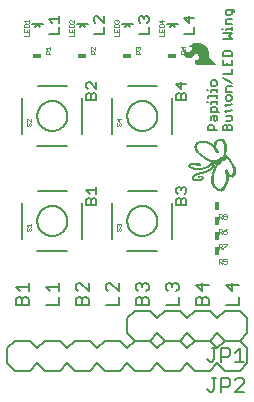
<source format=gbr>
G04 EAGLE Gerber RS-274X export*
G75*
%MOMM*%
%FSLAX34Y34*%
%LPD*%
%INSilkscreen Top*%
%IPPOS*%
%AMOC8*
5,1,8,0,0,1.08239X$1,22.5*%
G01*
%ADD10C,0.203200*%
%ADD11C,0.152400*%
%ADD12C,0.127000*%
%ADD13R,0.010600X0.341400*%
%ADD14R,0.010600X0.458600*%
%ADD15R,0.010800X0.501400*%
%ADD16R,0.010600X0.544000*%
%ADD17R,0.010600X0.587000*%
%ADD18R,0.010600X0.619000*%
%ADD19R,0.010600X0.672200*%
%ADD20R,0.010600X0.715200*%
%ADD21R,0.010600X0.747200*%
%ADD22R,0.010600X0.768600*%
%ADD23R,0.010600X0.811200*%
%ADD24R,0.010600X0.843200*%
%ADD25R,0.010600X0.875200*%
%ADD26R,0.010600X0.896600*%
%ADD27R,0.010600X0.928600*%
%ADD28R,0.010600X0.960600*%
%ADD29R,0.010600X0.981800*%
%ADD30R,0.010600X1.024600*%
%ADD31R,0.010600X1.056600*%
%ADD32R,0.010600X0.341600*%
%ADD33R,0.010600X0.320200*%
%ADD34R,0.010600X0.298600*%
%ADD35R,0.010600X0.288200*%
%ADD36R,0.010600X0.277200*%
%ADD37R,0.010600X0.256200*%
%ADD38R,0.010600X0.277400*%
%ADD39R,0.010600X0.224200*%
%ADD40R,0.010600X0.256000*%
%ADD41R,0.010600X0.213600*%
%ADD42R,0.010600X0.245400*%
%ADD43R,0.010600X0.202800*%
%ADD44R,0.010600X0.245200*%
%ADD45R,0.010600X0.192200*%
%ADD46R,0.010600X0.224000*%
%ADD47R,0.010600X0.213400*%
%ADD48R,0.010600X0.213200*%
%ADD49R,0.010600X0.234600*%
%ADD50R,0.010600X0.245600*%
%ADD51R,0.010600X0.181600*%
%ADD52R,0.010600X0.235000*%
%ADD53R,0.010600X0.171000*%
%ADD54R,0.010600X0.160200*%
%ADD55R,0.010600X0.149600*%
%ADD56R,0.010600X0.139000*%
%ADD57R,0.010600X0.117600*%
%ADD58R,0.010600X0.203000*%
%ADD59R,0.010600X0.106800*%
%ADD60R,0.010600X0.096200*%
%ADD61R,0.010600X0.085600*%
%ADD62R,0.010600X0.085400*%
%ADD63R,0.010600X0.170800*%
%ADD64R,0.010600X0.096000*%
%ADD65R,0.010600X0.160000*%
%ADD66R,0.010600X0.138600*%
%ADD67R,0.010600X0.106600*%
%ADD68R,0.010600X0.288000*%
%ADD69R,0.010600X0.384000*%
%ADD70R,0.010600X0.181400*%
%ADD71R,0.010600X0.149200*%
%ADD72R,0.010600X0.426600*%
%ADD73R,0.010600X0.149400*%
%ADD74R,0.010800X0.266600*%
%ADD75R,0.010800X0.160000*%
%ADD76R,0.010600X0.875000*%
%ADD77R,0.010600X0.928400*%
%ADD78R,0.010600X0.981600*%
%ADD79R,0.010600X1.035200*%
%ADD80R,0.010600X0.128000*%
%ADD81R,0.010600X1.078000*%
%ADD82R,0.010600X1.142000*%
%ADD83R,0.010600X1.184600*%
%ADD84R,0.010600X1.216600*%
%ADD85R,0.010600X1.238000*%
%ADD86R,0.010600X1.270000*%
%ADD87R,0.010600X0.480200*%
%ADD88R,0.010600X0.416000*%
%ADD89R,0.010600X0.394600*%
%ADD90R,0.010600X0.437600*%
%ADD91R,0.010600X0.266600*%
%ADD92R,0.010600X0.416200*%
%ADD93R,0.010600X0.352000*%
%ADD94R,0.010600X0.533600*%
%ADD95R,0.010600X0.395000*%
%ADD96R,0.010600X0.608400*%
%ADD97R,0.010600X0.373600*%
%ADD98R,0.010600X0.330600*%
%ADD99R,0.010600X0.715000*%
%ADD100R,0.010600X0.309400*%
%ADD101R,0.010600X0.309200*%
%ADD102R,0.010600X0.779000*%
%ADD103R,0.010600X0.320000*%
%ADD104R,0.010600X0.394800*%
%ADD105R,0.010600X0.907200*%
%ADD106R,0.010600X1.398000*%
%ADD107R,0.010600X1.419200*%
%ADD108R,0.010600X0.373400*%
%ADD109R,0.010600X1.451400*%
%ADD110R,0.010600X1.483400*%
%ADD111R,0.010600X0.362600*%
%ADD112R,0.010600X0.085200*%
%ADD113R,0.010600X1.504600*%
%ADD114R,0.010600X1.536600*%
%ADD115R,0.010600X1.558000*%
%ADD116R,0.010600X1.590000*%
%ADD117R,0.010600X0.522600*%
%ADD118R,0.010600X0.512000*%
%ADD119R,0.010600X0.501400*%
%ADD120R,0.010600X0.480000*%
%ADD121R,0.010600X0.459000*%
%ADD122R,0.010600X0.448200*%
%ADD123R,0.010600X0.427000*%
%ADD124R,0.010600X0.309600*%
%ADD125R,0.010600X0.384200*%
%ADD126R,0.010600X0.299000*%
%ADD127R,0.010600X0.298800*%
%ADD128R,0.010600X0.277600*%
%ADD129R,0.010600X0.267000*%
%ADD130R,0.010600X0.266800*%
%ADD131R,0.010600X0.202600*%
%ADD132R,0.010600X0.405600*%
%ADD133R,0.010600X0.234800*%
%ADD134R,0.010600X0.192000*%
%ADD135R,0.010600X0.448400*%
%ADD136R,0.010800X0.224200*%
%ADD137R,0.010800X0.469600*%
%ADD138R,0.010800X0.202600*%
%ADD139R,0.010600X0.469600*%
%ADD140R,0.010600X0.480400*%
%ADD141R,0.010600X0.491000*%
%ADD142R,0.010600X0.501600*%
%ADD143R,0.010600X0.117200*%
%ADD144R,0.010600X0.512200*%
%ADD145R,0.010600X0.490800*%
%ADD146R,0.010600X0.523000*%
%ADD147R,0.010600X0.554600*%
%ADD148R,0.010600X0.565400*%
%ADD149R,0.010600X0.170600*%
%ADD150R,0.010600X0.885600*%
%ADD151R,0.010600X0.853600*%
%ADD152R,0.010600X0.832200*%
%ADD153R,0.010600X0.800400*%
%ADD154R,0.010600X0.768200*%
%ADD155R,0.010600X0.736400*%
%ADD156R,0.010600X0.693600*%
%ADD157R,0.010600X0.117400*%
%ADD158R,0.010600X0.672400*%
%ADD159R,0.010600X0.064000*%
%ADD160R,0.010600X0.074600*%
%ADD161R,0.010600X0.629600*%
%ADD162R,0.010600X0.597600*%
%ADD163R,0.010600X0.021200*%
%ADD164R,0.010600X1.291400*%
%ADD165R,0.010800X1.195400*%
%ADD166R,0.010800X0.288000*%
%ADD167R,0.010800X0.106600*%
%ADD168R,0.010800X0.085400*%
%ADD169R,0.010600X1.152600*%
%ADD170R,0.010600X1.110000*%
%ADD171R,0.010600X0.971200*%
%ADD172R,0.010600X0.864600*%
%ADD173R,0.010600X0.800600*%
%ADD174R,0.010600X0.565600*%
%ADD175R,0.010600X0.490600*%
%ADD176R,0.010600X0.128200*%
%ADD177R,0.010600X0.138800*%
%ADD178R,0.010600X0.181200*%
%ADD179R,0.010600X0.074800*%
%ADD180R,0.010600X0.075000*%
%ADD181R,0.010800X0.085200*%
%ADD182R,0.010800X0.085600*%
%ADD183R,0.010800X0.170600*%
%ADD184R,0.010600X0.107000*%
%ADD185R,0.010600X0.053200*%
%ADD186R,0.010600X0.032000*%
%ADD187R,0.010600X0.053400*%
%ADD188R,0.010600X0.042600*%
%ADD189R,0.010600X0.010600*%
%ADD190R,0.010800X0.042600*%
%ADD191R,0.010800X0.074600*%
%ADD192R,0.010800X0.213200*%
%ADD193R,0.010600X0.725600*%
%ADD194R,0.010600X0.661600*%
%ADD195R,0.010600X0.522800*%
%ADD196R,0.010800X0.117200*%
%ADD197R,0.711200X0.406400*%
%ADD198C,0.025400*%
%ADD199R,0.406400X0.711200*%

G36*
X177780Y258957D02*
X177780Y258957D01*
X177784Y258955D01*
X177824Y258976D01*
X177866Y258993D01*
X177868Y258998D01*
X177872Y259000D01*
X177885Y259043D01*
X177901Y259085D01*
X177899Y259090D01*
X177901Y259094D01*
X177865Y259164D01*
X177860Y259174D01*
X177859Y259175D01*
X172377Y264047D01*
X171595Y264901D01*
X171006Y265891D01*
X170879Y266242D01*
X170814Y266610D01*
X170814Y268885D01*
X170812Y268890D01*
X170814Y268896D01*
X170690Y270260D01*
X170684Y270270D01*
X170686Y270282D01*
X170318Y271601D01*
X170310Y271609D01*
X170309Y271622D01*
X169709Y272852D01*
X169702Y272859D01*
X169699Y272870D01*
X168882Y274027D01*
X168874Y274032D01*
X168871Y274041D01*
X167899Y275072D01*
X167891Y275076D01*
X167888Y275082D01*
X167887Y275083D01*
X167886Y275084D01*
X166779Y275969D01*
X166769Y275971D01*
X166762Y275980D01*
X165081Y276927D01*
X165070Y276928D01*
X165060Y276936D01*
X163236Y277564D01*
X163225Y277563D01*
X163214Y277570D01*
X161307Y277858D01*
X161296Y277855D01*
X161284Y277860D01*
X159356Y277799D01*
X159347Y277795D01*
X159335Y277797D01*
X158296Y277590D01*
X158288Y277585D01*
X158278Y277585D01*
X157280Y277227D01*
X157273Y277221D01*
X157262Y277220D01*
X156328Y276718D01*
X156321Y276709D01*
X156309Y276706D01*
X155172Y275799D01*
X155166Y275788D01*
X155153Y275781D01*
X154232Y274655D01*
X154220Y274612D01*
X154204Y274571D01*
X154206Y274566D01*
X154205Y274560D01*
X154227Y274522D01*
X154245Y274482D01*
X154251Y274479D01*
X154253Y274475D01*
X154282Y274467D01*
X154330Y274449D01*
X155210Y274449D01*
X155331Y274433D01*
X155433Y274389D01*
X155773Y274115D01*
X156021Y273754D01*
X156086Y273580D01*
X156144Y273042D01*
X156046Y272512D01*
X155797Y272024D01*
X155146Y271122D01*
X154792Y270710D01*
X154382Y270359D01*
X153924Y270076D01*
X153430Y269870D01*
X153130Y269811D01*
X152827Y269823D01*
X152308Y269980D01*
X151848Y270266D01*
X151478Y270661D01*
X151223Y271142D01*
X151085Y271632D01*
X151027Y272143D01*
X151027Y272746D01*
X151027Y272747D01*
X151018Y272769D01*
X150989Y272837D01*
X150897Y272872D01*
X150887Y272868D01*
X150812Y272834D01*
X150809Y272832D01*
X150808Y272831D01*
X150807Y272830D01*
X150787Y272809D01*
X150785Y272805D01*
X150782Y272804D01*
X150781Y272800D01*
X150776Y272798D01*
X150438Y272363D01*
X150434Y272348D01*
X150422Y272336D01*
X150201Y271832D01*
X150201Y271831D01*
X150049Y271475D01*
X149948Y271247D01*
X149948Y271237D01*
X149941Y271227D01*
X149721Y270349D01*
X149723Y270340D01*
X149718Y270330D01*
X149632Y269430D01*
X149636Y269420D01*
X149632Y269408D01*
X149698Y268540D01*
X149704Y268529D01*
X149703Y268516D01*
X149934Y267676D01*
X149942Y267666D01*
X149943Y267653D01*
X150331Y266873D01*
X150339Y266866D01*
X150342Y266855D01*
X150902Y266078D01*
X150909Y266074D01*
X150913Y266065D01*
X151571Y265369D01*
X151582Y265364D01*
X151590Y265353D01*
X152193Y264922D01*
X152208Y264919D01*
X152221Y264907D01*
X152913Y264640D01*
X152929Y264640D01*
X152944Y264632D01*
X153681Y264545D01*
X153696Y264550D01*
X153713Y264546D01*
X154448Y264645D01*
X154461Y264653D01*
X154478Y264653D01*
X155166Y264933D01*
X155175Y264942D01*
X155189Y264945D01*
X156947Y266132D01*
X156953Y266140D01*
X156963Y266144D01*
X158504Y267597D01*
X158939Y267967D01*
X159442Y268207D01*
X159990Y268309D01*
X160546Y268266D01*
X161071Y268080D01*
X161531Y267765D01*
X161896Y267340D01*
X162189Y266797D01*
X162387Y266211D01*
X162484Y265601D01*
X162449Y264890D01*
X162242Y264212D01*
X161877Y263606D01*
X161549Y263293D01*
X161145Y263087D01*
X160729Y262994D01*
X160301Y262994D01*
X159886Y263087D01*
X159748Y263159D01*
X159634Y263277D01*
X159035Y264101D01*
X158964Y264234D01*
X158936Y264372D01*
X158952Y264530D01*
X158938Y264573D01*
X158927Y264618D01*
X158923Y264620D01*
X158922Y264624D01*
X158881Y264644D01*
X158842Y264667D01*
X158838Y264666D01*
X158834Y264668D01*
X158791Y264653D01*
X158747Y264640D01*
X158745Y264637D01*
X158741Y264636D01*
X158722Y264598D01*
X158701Y264562D01*
X158625Y264079D01*
X158627Y264074D01*
X158624Y264069D01*
X158551Y263129D01*
X158553Y263123D01*
X158551Y263117D01*
X158552Y263114D01*
X158551Y263109D01*
X158624Y262169D01*
X158629Y262159D01*
X158628Y262147D01*
X158812Y261448D01*
X158820Y261438D01*
X158821Y261424D01*
X159142Y260776D01*
X159151Y260768D01*
X159155Y260754D01*
X159600Y260184D01*
X159611Y260178D01*
X159617Y260166D01*
X160167Y259696D01*
X160179Y259692D01*
X160188Y259681D01*
X160920Y259280D01*
X160933Y259279D01*
X160944Y259270D01*
X161743Y259030D01*
X161756Y259031D01*
X161769Y259025D01*
X162600Y258955D01*
X162606Y258957D01*
X162611Y258955D01*
X177775Y258955D01*
X177780Y258957D01*
G37*
D10*
X32757Y55626D02*
X43434Y55626D01*
X43434Y62744D01*
X36316Y67320D02*
X32757Y70879D01*
X43434Y70879D01*
X43434Y67320D02*
X43434Y74438D01*
X83557Y55626D02*
X94234Y55626D01*
X94234Y62744D01*
X94234Y67320D02*
X94234Y74438D01*
X94234Y67320D02*
X87116Y74438D01*
X85336Y74438D01*
X83557Y72659D01*
X83557Y69099D01*
X85336Y67320D01*
X134357Y55626D02*
X145034Y55626D01*
X145034Y62744D01*
X136136Y67320D02*
X134357Y69099D01*
X134357Y72659D01*
X136136Y74438D01*
X137916Y74438D01*
X139695Y72659D01*
X139695Y70879D01*
X139695Y72659D02*
X141475Y74438D01*
X143255Y74438D01*
X145034Y72659D01*
X145034Y69099D01*
X143255Y67320D01*
X185157Y55626D02*
X195834Y55626D01*
X195834Y62744D01*
X195834Y72659D02*
X185157Y72659D01*
X190495Y67320D01*
X190495Y74438D01*
X18034Y55626D02*
X7357Y55626D01*
X7357Y60965D01*
X9136Y62744D01*
X10916Y62744D01*
X12695Y60965D01*
X14475Y62744D01*
X16255Y62744D01*
X18034Y60965D01*
X18034Y55626D01*
X12695Y55626D02*
X12695Y60965D01*
X10916Y67320D02*
X7357Y70879D01*
X18034Y70879D01*
X18034Y67320D02*
X18034Y74438D01*
X58157Y55626D02*
X68834Y55626D01*
X58157Y55626D02*
X58157Y60965D01*
X59936Y62744D01*
X61716Y62744D01*
X63495Y60965D01*
X65275Y62744D01*
X67055Y62744D01*
X68834Y60965D01*
X68834Y55626D01*
X63495Y55626D02*
X63495Y60965D01*
X68834Y67320D02*
X68834Y74438D01*
X68834Y67320D02*
X61716Y74438D01*
X59936Y74438D01*
X58157Y72659D01*
X58157Y69099D01*
X59936Y67320D01*
X108957Y55626D02*
X119634Y55626D01*
X108957Y55626D02*
X108957Y60965D01*
X110736Y62744D01*
X112516Y62744D01*
X114295Y60965D01*
X116075Y62744D01*
X117855Y62744D01*
X119634Y60965D01*
X119634Y55626D01*
X114295Y55626D02*
X114295Y60965D01*
X110736Y67320D02*
X108957Y69099D01*
X108957Y72659D01*
X110736Y74438D01*
X112516Y74438D01*
X114295Y72659D01*
X114295Y70879D01*
X114295Y72659D02*
X116075Y74438D01*
X117855Y74438D01*
X119634Y72659D01*
X119634Y69099D01*
X117855Y67320D01*
X159757Y55626D02*
X170434Y55626D01*
X159757Y55626D02*
X159757Y60965D01*
X161536Y62744D01*
X163316Y62744D01*
X165095Y60965D01*
X166875Y62744D01*
X168655Y62744D01*
X170434Y60965D01*
X170434Y55626D01*
X165095Y55626D02*
X165095Y60965D01*
X159757Y72659D02*
X170434Y72659D01*
X165095Y67320D02*
X159757Y72659D01*
X165095Y74438D02*
X165095Y67320D01*
D11*
X43688Y285242D02*
X35045Y285242D01*
X43688Y285242D02*
X43688Y291004D01*
X37926Y294597D02*
X35045Y297478D01*
X43688Y297478D01*
X43688Y294597D02*
X43688Y300359D01*
X73145Y285242D02*
X81788Y285242D01*
X81788Y291004D01*
X81788Y294597D02*
X81788Y300359D01*
X81788Y294597D02*
X76026Y300359D01*
X74585Y300359D01*
X73145Y298919D01*
X73145Y296038D01*
X74585Y294597D01*
X111245Y285242D02*
X119888Y285242D01*
X119888Y291004D01*
X112685Y294597D02*
X111245Y296038D01*
X111245Y298919D01*
X112685Y300359D01*
X114126Y300359D01*
X115566Y298919D01*
X115566Y297478D01*
X115566Y298919D02*
X117007Y300359D01*
X118447Y300359D01*
X119888Y298919D01*
X119888Y296038D01*
X118447Y294597D01*
X149345Y285242D02*
X157988Y285242D01*
X157988Y291004D01*
X157988Y298919D02*
X149345Y298919D01*
X153666Y294597D01*
X153666Y300359D01*
X75438Y140462D02*
X66795Y140462D01*
X66795Y144784D01*
X68235Y146224D01*
X69676Y146224D01*
X71116Y144784D01*
X72557Y146224D01*
X73997Y146224D01*
X75438Y144784D01*
X75438Y140462D01*
X71116Y140462D02*
X71116Y144784D01*
X69676Y149817D02*
X66795Y152698D01*
X75438Y152698D01*
X75438Y149817D02*
X75438Y155579D01*
X75438Y229362D02*
X66795Y229362D01*
X66795Y233684D01*
X68235Y235124D01*
X69676Y235124D01*
X71116Y233684D01*
X72557Y235124D01*
X73997Y235124D01*
X75438Y233684D01*
X75438Y229362D01*
X71116Y229362D02*
X71116Y233684D01*
X75438Y238717D02*
X75438Y244479D01*
X75438Y238717D02*
X69676Y244479D01*
X68235Y244479D01*
X66795Y243039D01*
X66795Y240158D01*
X68235Y238717D01*
X142995Y140462D02*
X151638Y140462D01*
X142995Y140462D02*
X142995Y144784D01*
X144435Y146224D01*
X145876Y146224D01*
X147316Y144784D01*
X148757Y146224D01*
X150197Y146224D01*
X151638Y144784D01*
X151638Y140462D01*
X147316Y140462D02*
X147316Y144784D01*
X144435Y149817D02*
X142995Y151258D01*
X142995Y154139D01*
X144435Y155579D01*
X145876Y155579D01*
X147316Y154139D01*
X147316Y152698D01*
X147316Y154139D02*
X148757Y155579D01*
X150197Y155579D01*
X151638Y154139D01*
X151638Y151258D01*
X150197Y149817D01*
X151638Y229362D02*
X142995Y229362D01*
X142995Y233684D01*
X144435Y235124D01*
X145876Y235124D01*
X147316Y233684D01*
X148757Y235124D01*
X150197Y235124D01*
X151638Y233684D01*
X151638Y229362D01*
X147316Y229362D02*
X147316Y233684D01*
X142995Y243039D02*
X151638Y243039D01*
X147316Y238717D02*
X142995Y243039D01*
X147316Y244479D02*
X147316Y238717D01*
D12*
X170301Y203835D02*
X177165Y203835D01*
X170301Y203835D02*
X170301Y207267D01*
X171445Y208411D01*
X173733Y208411D01*
X174877Y207267D01*
X174877Y203835D01*
X172589Y212463D02*
X172589Y214751D01*
X173733Y215895D01*
X177165Y215895D01*
X177165Y212463D01*
X176021Y211319D01*
X174877Y212463D01*
X174877Y215895D01*
X172589Y218803D02*
X179453Y218803D01*
X172589Y218803D02*
X172589Y222235D01*
X173733Y223379D01*
X176021Y223379D01*
X177165Y222235D01*
X177165Y218803D01*
X172589Y226287D02*
X172589Y227431D01*
X177165Y227431D01*
X177165Y226287D02*
X177165Y228575D01*
X170301Y227431D02*
X169157Y227431D01*
X170301Y231277D02*
X170301Y232421D01*
X177165Y232421D01*
X177165Y231277D02*
X177165Y233565D01*
X172589Y236266D02*
X172589Y237410D01*
X177165Y237410D01*
X177165Y236266D02*
X177165Y238554D01*
X170301Y237410D02*
X169157Y237410D01*
X177165Y242400D02*
X177165Y244688D01*
X176021Y245832D01*
X173733Y245832D01*
X172589Y244688D01*
X172589Y242400D01*
X173733Y241256D01*
X176021Y241256D01*
X177165Y242400D01*
X183001Y203835D02*
X189865Y203835D01*
X183001Y203835D02*
X183001Y207267D01*
X184145Y208411D01*
X185289Y208411D01*
X186433Y207267D01*
X187577Y208411D01*
X188721Y208411D01*
X189865Y207267D01*
X189865Y203835D01*
X186433Y203835D02*
X186433Y207267D01*
X185289Y211319D02*
X188721Y211319D01*
X189865Y212463D01*
X189865Y215895D01*
X185289Y215895D01*
X184145Y219947D02*
X188721Y219947D01*
X189865Y221091D01*
X185289Y221091D02*
X185289Y218803D01*
X184145Y224937D02*
X188721Y224937D01*
X189865Y226081D01*
X185289Y226081D02*
X185289Y223793D01*
X189865Y229926D02*
X189865Y232214D01*
X188721Y233358D01*
X186433Y233358D01*
X185289Y232214D01*
X185289Y229926D01*
X186433Y228782D01*
X188721Y228782D01*
X189865Y229926D01*
X189865Y236266D02*
X185289Y236266D01*
X185289Y239698D01*
X186433Y240842D01*
X189865Y240842D01*
X189865Y243751D02*
X183001Y248326D01*
X183001Y251235D02*
X189865Y251235D01*
X189865Y255811D01*
X183001Y258719D02*
X183001Y263295D01*
X183001Y258719D02*
X189865Y258719D01*
X189865Y263295D01*
X186433Y261007D02*
X186433Y258719D01*
X183001Y266203D02*
X189865Y266203D01*
X189865Y269635D01*
X188721Y270779D01*
X184145Y270779D01*
X183001Y269635D01*
X183001Y266203D01*
X183001Y281171D02*
X189865Y281171D01*
X187577Y283459D01*
X189865Y285747D01*
X183001Y285747D01*
X185289Y288655D02*
X185289Y289799D01*
X189865Y289799D01*
X189865Y288655D02*
X189865Y290943D01*
X183001Y289799D02*
X181857Y289799D01*
X185289Y293645D02*
X189865Y293645D01*
X185289Y293645D02*
X185289Y297077D01*
X186433Y298221D01*
X189865Y298221D01*
X192153Y303417D02*
X192153Y304561D01*
X191009Y305705D01*
X185289Y305705D01*
X185289Y302273D01*
X186433Y301129D01*
X188721Y301129D01*
X189865Y302273D01*
X189865Y305705D01*
D13*
X193782Y168773D03*
D14*
X193676Y169039D03*
D15*
X193568Y169040D03*
D16*
X193460Y169039D03*
D17*
X193353Y169041D03*
D18*
X193246Y169094D03*
D19*
X193140Y169147D03*
D20*
X193033Y169146D03*
D21*
X192926Y169199D03*
D22*
X192820Y169200D03*
D23*
X192713Y169199D03*
D24*
X192606Y169253D03*
D25*
X192500Y169199D03*
D26*
X192393Y169200D03*
D27*
X192286Y169253D03*
D28*
X192180Y169306D03*
D29*
X192073Y169306D03*
D30*
X191966Y169413D03*
D31*
X191860Y169466D03*
D32*
X191753Y165891D03*
D33*
X191753Y173361D03*
X191646Y165678D03*
D34*
X191646Y173576D03*
D35*
X191539Y165518D03*
D36*
X191539Y173789D03*
D37*
X191433Y165358D03*
D38*
X191433Y174003D03*
D39*
X191326Y165198D03*
D40*
X191326Y174216D03*
D41*
X191219Y165145D03*
D42*
X191219Y174376D03*
D43*
X191113Y165091D03*
D44*
X191113Y174589D03*
D43*
X191006Y164984D03*
D42*
X191006Y174803D03*
D45*
X190899Y164931D03*
D44*
X190899Y175016D03*
D45*
X190793Y164931D03*
D46*
X190793Y175230D03*
D45*
X190686Y164931D03*
D46*
X190686Y175336D03*
D45*
X190579Y164931D03*
D46*
X190579Y175550D03*
D45*
X190473Y164931D03*
D47*
X190473Y175710D03*
D45*
X190366Y164931D03*
D48*
X190366Y175816D03*
D45*
X190259Y164931D03*
D46*
X190259Y175976D03*
D45*
X190153Y164931D03*
D46*
X190153Y176190D03*
D45*
X190046Y164931D03*
D49*
X190046Y176349D03*
D45*
X189939Y164931D03*
D49*
X189939Y176563D03*
D45*
X189833Y164931D03*
D49*
X189833Y176776D03*
D45*
X189726Y164931D03*
D49*
X189726Y176989D03*
D45*
X189619Y164931D03*
D49*
X189619Y177096D03*
D45*
X189513Y164931D03*
D50*
X189513Y177258D03*
D45*
X189406Y164931D03*
D37*
X189406Y177417D03*
D45*
X189299Y164931D03*
D50*
X189299Y177578D03*
D51*
X189193Y164985D03*
D52*
X189193Y177738D03*
D53*
X189086Y165038D03*
D39*
X189086Y177898D03*
D54*
X188979Y165091D03*
D41*
X188979Y178058D03*
D55*
X188872Y165145D03*
D41*
X188872Y178165D03*
D56*
X188766Y165198D03*
D43*
X188766Y178324D03*
D57*
X188659Y165305D03*
D43*
X188659Y178431D03*
D57*
X188552Y165411D03*
D58*
X188552Y178538D03*
D59*
X188446Y165464D03*
D43*
X188446Y178644D03*
D60*
X188339Y165624D03*
D43*
X188339Y178751D03*
D60*
X188232Y165731D03*
D45*
X188232Y178911D03*
D61*
X188126Y165891D03*
D53*
X188126Y179018D03*
D62*
X188019Y166106D03*
D63*
X188019Y179124D03*
D64*
X187912Y166266D03*
D65*
X187912Y179286D03*
D66*
X187806Y163703D03*
D67*
X187806Y166426D03*
D65*
X187806Y179393D03*
D68*
X187699Y163170D03*
D66*
X187699Y166586D03*
D65*
X187699Y179499D03*
D13*
X187592Y163223D03*
D65*
X187592Y166799D03*
X187592Y179606D03*
D69*
X187486Y163116D03*
D70*
X187486Y167013D03*
D71*
X187486Y179659D03*
D72*
X187379Y163116D03*
D46*
X187379Y167226D03*
D73*
X187379Y179766D03*
D15*
X187271Y163063D03*
D74*
X187271Y167332D03*
D75*
X187271Y179819D03*
D76*
X187163Y164611D03*
D73*
X187163Y179873D03*
D77*
X187056Y164558D03*
D66*
X187056Y179926D03*
D78*
X186950Y164504D03*
D66*
X186950Y180032D03*
D79*
X186843Y164343D03*
D80*
X186843Y180086D03*
D81*
X186736Y164343D03*
D48*
X186736Y180619D03*
D82*
X186630Y164130D03*
D46*
X186630Y180779D03*
D83*
X186523Y164023D03*
D49*
X186523Y180832D03*
D84*
X186416Y163970D03*
D49*
X186416Y180939D03*
D85*
X186310Y163863D03*
D42*
X186310Y180993D03*
D80*
X186310Y189156D03*
D86*
X186203Y163810D03*
D44*
X186203Y181099D03*
D48*
X186203Y189156D03*
D87*
X186096Y159434D03*
D88*
X186096Y168079D03*
D40*
X186096Y181153D03*
D89*
X186096Y188996D03*
D90*
X185990Y158901D03*
D69*
X185990Y168239D03*
D91*
X185990Y181206D03*
D87*
X185990Y189104D03*
D92*
X185883Y158581D03*
D93*
X185883Y168293D03*
D91*
X185883Y181206D03*
D94*
X185883Y189051D03*
D95*
X185776Y158368D03*
D13*
X185776Y168346D03*
D38*
X185776Y181153D03*
D96*
X185776Y188891D03*
D97*
X185670Y158048D03*
D98*
X185670Y168399D03*
D68*
X185670Y181099D03*
D99*
X185670Y188678D03*
D97*
X185563Y157834D03*
D100*
X185563Y168506D03*
D101*
X185563Y181099D03*
D102*
X185563Y188571D03*
D95*
X185456Y157621D03*
D34*
X185456Y168559D03*
D103*
X185456Y181046D03*
D24*
X185456Y188676D03*
D104*
X185349Y157514D03*
D36*
X185349Y168559D03*
D93*
X185349Y181099D03*
D105*
X185349Y188569D03*
D95*
X185243Y157301D03*
D40*
X185243Y168666D03*
D106*
X185243Y186223D03*
D89*
X185136Y157086D03*
D49*
X185136Y168666D03*
D107*
X185136Y186329D03*
D108*
X185029Y156873D03*
D48*
X185029Y168666D03*
D109*
X185029Y186383D03*
D108*
X184923Y156660D03*
D70*
X184923Y168613D03*
D110*
X184923Y186436D03*
D111*
X184816Y156499D03*
D112*
X184816Y168559D03*
D113*
X184816Y186436D03*
D111*
X184709Y156286D03*
D114*
X184709Y186489D03*
D13*
X184603Y156073D03*
D115*
X184603Y186489D03*
D13*
X184496Y155860D03*
D116*
X184496Y186543D03*
D13*
X184389Y155646D03*
D117*
X184389Y181206D03*
D97*
X184389Y192731D03*
D98*
X184283Y155486D03*
D118*
X184283Y181046D03*
D98*
X184283Y193052D03*
D13*
X184176Y155326D03*
D119*
X184176Y180886D03*
D98*
X184176Y193266D03*
X184069Y155166D03*
D120*
X184069Y180779D03*
D103*
X184069Y193426D03*
X183963Y155006D03*
D121*
X183963Y180565D03*
D100*
X183963Y193586D03*
D103*
X183856Y154899D03*
D122*
X183856Y180511D03*
D68*
X183856Y193693D03*
D103*
X183749Y154686D03*
D123*
X183749Y180405D03*
D38*
X183749Y193853D03*
D103*
X183643Y154579D03*
D92*
X183643Y180244D03*
D36*
X183643Y193959D03*
D100*
X183536Y154526D03*
D95*
X183536Y180138D03*
D91*
X183536Y194119D03*
D124*
X183429Y154418D03*
D104*
X183429Y180031D03*
D91*
X183429Y194226D03*
D124*
X183323Y154311D03*
D125*
X183323Y179978D03*
D42*
X183323Y194333D03*
D126*
X183216Y154258D03*
D125*
X183216Y179871D03*
D42*
X183216Y194440D03*
D127*
X183109Y154151D03*
D95*
X183109Y179818D03*
D44*
X183109Y194546D03*
D35*
X183003Y154098D03*
D104*
X183003Y179711D03*
D42*
X183003Y194653D03*
D35*
X182896Y153991D03*
D125*
X182896Y179658D03*
D49*
X182896Y194706D03*
D128*
X182789Y153938D03*
D95*
X182789Y179605D03*
D46*
X182789Y194760D03*
D129*
X182682Y153778D03*
D95*
X182682Y179498D03*
D49*
X182682Y194813D03*
D130*
X182576Y153671D03*
D125*
X182576Y179444D03*
D46*
X182576Y194866D03*
D130*
X182469Y153671D03*
D125*
X182469Y179338D03*
D47*
X182469Y194920D03*
D129*
X182362Y153565D03*
D125*
X182362Y179338D03*
D48*
X182362Y195026D03*
D37*
X182256Y153511D03*
D125*
X182256Y179231D03*
D131*
X182256Y195079D03*
D129*
X182149Y153458D03*
D95*
X182149Y179178D03*
D131*
X182149Y195079D03*
D37*
X182042Y153404D03*
D104*
X182042Y179071D03*
D131*
X182042Y195186D03*
D50*
X181936Y153351D03*
D132*
X181936Y179018D03*
D131*
X181936Y195186D03*
D50*
X181829Y153245D03*
D92*
X181829Y178858D03*
D131*
X181829Y195186D03*
D133*
X181722Y153191D03*
D123*
X181722Y178805D03*
D134*
X181722Y195240D03*
D39*
X181616Y153138D03*
D123*
X181616Y178698D03*
D131*
X181616Y195293D03*
D39*
X181509Y153138D03*
D122*
X181509Y178591D03*
D134*
X181509Y195346D03*
D39*
X181402Y153031D03*
D122*
X181402Y178484D03*
D134*
X181402Y195346D03*
D39*
X181296Y153031D03*
D135*
X181296Y178378D03*
D134*
X181296Y195453D03*
D39*
X181189Y153031D03*
D121*
X181189Y178325D03*
D134*
X181189Y195453D03*
D39*
X181082Y153031D03*
D121*
X181082Y178218D03*
D134*
X181082Y195453D03*
D39*
X180976Y153031D03*
D121*
X180976Y178111D03*
D131*
X180976Y195506D03*
D136*
X180868Y153031D03*
D137*
X180868Y178058D03*
D138*
X180868Y195506D03*
D39*
X180760Y153031D03*
D139*
X180760Y177951D03*
D131*
X180760Y195506D03*
D52*
X180653Y152978D03*
D140*
X180653Y177898D03*
D131*
X180653Y195506D03*
D52*
X180546Y152978D03*
D141*
X180546Y177845D03*
D47*
X180546Y195560D03*
D52*
X180440Y152978D03*
D141*
X180440Y177738D03*
D47*
X180440Y195560D03*
D39*
X180333Y153031D03*
D142*
X180333Y177684D03*
D47*
X180333Y195560D03*
D39*
X180226Y153031D03*
D141*
X180226Y177631D03*
D47*
X180226Y195560D03*
D39*
X180120Y153031D03*
D142*
X180120Y177578D03*
D46*
X180120Y195506D03*
D39*
X180013Y153031D03*
D142*
X180013Y177471D03*
D46*
X180013Y195506D03*
D39*
X179906Y153031D03*
D142*
X179906Y177364D03*
D46*
X179906Y195506D03*
D41*
X179800Y153085D03*
D142*
X179800Y177258D03*
D49*
X179800Y195453D03*
D41*
X179693Y153085D03*
D142*
X179693Y177151D03*
D49*
X179693Y195453D03*
D41*
X179586Y153085D03*
D142*
X179586Y177151D03*
D42*
X179586Y195400D03*
D58*
X179480Y153138D03*
D142*
X179480Y177044D03*
D42*
X179480Y195293D03*
D58*
X179373Y153138D03*
D142*
X179373Y176938D03*
D143*
X179373Y185262D03*
D49*
X179373Y195239D03*
D41*
X179266Y153191D03*
D144*
X179266Y176884D03*
D71*
X179266Y185422D03*
D44*
X179266Y195186D03*
D41*
X179160Y153191D03*
D144*
X179160Y176777D03*
D51*
X179160Y185475D03*
D49*
X179160Y195133D03*
D41*
X179053Y153298D03*
D142*
X179053Y176724D03*
D41*
X179053Y185528D03*
D42*
X179053Y195080D03*
D41*
X178946Y153298D03*
D141*
X178946Y176671D03*
D52*
X178946Y185528D03*
D49*
X178946Y195026D03*
D41*
X178839Y153298D03*
D142*
X178839Y176618D03*
D50*
X178839Y185581D03*
D49*
X178839Y194919D03*
D41*
X178733Y153405D03*
D145*
X178733Y176564D03*
D129*
X178733Y185688D03*
D49*
X178733Y194919D03*
D41*
X178626Y153405D03*
D142*
X178626Y176511D03*
D129*
X178626Y185688D03*
D49*
X178626Y194813D03*
D41*
X178519Y153511D03*
D144*
X178519Y176457D03*
D128*
X178519Y185741D03*
D42*
X178519Y194760D03*
D41*
X178413Y153511D03*
D144*
X178413Y176351D03*
D128*
X178413Y185741D03*
D42*
X178413Y194653D03*
D41*
X178306Y153618D03*
D144*
X178306Y176244D03*
D35*
X178306Y185794D03*
D49*
X178306Y194599D03*
D41*
X178199Y153618D03*
D144*
X178199Y176244D03*
D126*
X178199Y185848D03*
D49*
X178199Y194493D03*
D41*
X178093Y153725D03*
D146*
X178093Y176084D03*
D124*
X178093Y185901D03*
D49*
X178093Y194386D03*
D39*
X177986Y153778D03*
D146*
X177986Y175978D03*
D126*
X177986Y185955D03*
D46*
X177986Y194333D03*
D39*
X177879Y153884D03*
D146*
X177879Y175871D03*
D127*
X177879Y186061D03*
D46*
X177879Y194226D03*
D39*
X177773Y153991D03*
D94*
X177773Y175711D03*
D36*
X177773Y186169D03*
D46*
X177773Y194120D03*
D52*
X177666Y154045D03*
D16*
X177666Y175549D03*
D38*
X177666Y186276D03*
D42*
X177666Y193906D03*
D49*
X177559Y154152D03*
D147*
X177559Y175389D03*
D38*
X177559Y186383D03*
D40*
X177559Y193746D03*
D49*
X177453Y154259D03*
D148*
X177453Y175336D03*
D68*
X177453Y186543D03*
D34*
X177453Y193532D03*
D49*
X177346Y154366D03*
D70*
X177346Y173203D03*
D111*
X177346Y176243D03*
D68*
X177346Y186649D03*
D100*
X177346Y193373D03*
D46*
X177239Y154419D03*
D149*
X177239Y172829D03*
D13*
X177239Y176350D03*
D68*
X177239Y186756D03*
D100*
X177239Y193266D03*
D46*
X177133Y154526D03*
D51*
X177133Y172561D03*
D103*
X177133Y176350D03*
D34*
X177133Y186916D03*
D98*
X177133Y193159D03*
D46*
X177026Y154633D03*
D51*
X177026Y172348D03*
D100*
X177026Y176403D03*
X177026Y187183D03*
D111*
X177026Y192892D03*
D46*
X176919Y154739D03*
D43*
X176919Y172134D03*
D34*
X176919Y176456D03*
D150*
X176919Y190171D03*
D46*
X176813Y154846D03*
D41*
X176813Y171975D03*
D68*
X176813Y176510D03*
D151*
X176813Y190224D03*
D46*
X176706Y154953D03*
D37*
X176706Y171761D03*
D38*
X176706Y176563D03*
D152*
X176706Y190224D03*
D49*
X176599Y155112D03*
D130*
X176599Y171601D03*
D91*
X176599Y176616D03*
D153*
X176599Y190171D03*
D49*
X176493Y155219D03*
D35*
X176493Y171387D03*
D40*
X176493Y176670D03*
D154*
X176493Y190224D03*
D46*
X176386Y155379D03*
D128*
X176386Y171228D03*
D42*
X176386Y176723D03*
D155*
X176386Y190278D03*
D49*
X176279Y155539D03*
D127*
X176279Y171014D03*
D80*
X176279Y176136D03*
D64*
X176279Y177470D03*
D156*
X176279Y190278D03*
D49*
X176172Y155646D03*
D127*
X176172Y170694D03*
D157*
X176172Y176083D03*
D112*
X176172Y177523D03*
D158*
X176172Y190278D03*
D49*
X176066Y155859D03*
D126*
X176066Y170481D03*
D159*
X176066Y173683D03*
D67*
X176066Y176029D03*
D160*
X176066Y177576D03*
D161*
X176066Y190278D03*
D49*
X175959Y155966D03*
D100*
X175959Y170320D03*
D62*
X175959Y173683D03*
D67*
X175959Y176029D03*
D160*
X175959Y177576D03*
D162*
X175959Y190331D03*
D44*
X175852Y156126D03*
D98*
X175852Y170106D03*
D143*
X175852Y173629D03*
D67*
X175852Y176029D03*
D160*
X175852Y177576D03*
D40*
X175852Y188836D03*
D37*
X175852Y191931D03*
D40*
X175746Y156286D03*
D103*
X175746Y169840D03*
D66*
X175746Y173629D03*
D67*
X175746Y176029D03*
D160*
X175746Y177576D03*
D42*
X175746Y188890D03*
D149*
X175746Y192039D03*
D91*
X175639Y156446D03*
D100*
X175639Y169573D03*
D65*
X175639Y173629D03*
D67*
X175639Y176029D03*
D160*
X175639Y177576D03*
D46*
X175639Y188996D03*
D163*
X175639Y191612D03*
D159*
X175639Y192253D03*
D68*
X175532Y156660D03*
X175532Y169360D03*
D70*
X175532Y173736D03*
D67*
X175532Y176029D03*
D160*
X175532Y177576D03*
D47*
X175532Y189050D03*
D34*
X175426Y156819D03*
D68*
X175426Y169146D03*
D134*
X175426Y173683D03*
D67*
X175426Y176029D03*
D62*
X175426Y177630D03*
D49*
X175426Y189369D03*
D98*
X175319Y157086D03*
D100*
X175319Y168933D03*
D131*
X175319Y173629D03*
D67*
X175319Y176029D03*
D62*
X175319Y177630D03*
D49*
X175319Y189583D03*
D93*
X175212Y157300D03*
D34*
X175212Y168666D03*
D47*
X175212Y173576D03*
D67*
X175212Y176029D03*
D62*
X175212Y177630D03*
D42*
X175212Y189743D03*
D97*
X175106Y157514D03*
D103*
X175106Y168239D03*
D46*
X175106Y173523D03*
D67*
X175106Y176029D03*
D62*
X175106Y177630D03*
D133*
X175106Y189904D03*
D132*
X174999Y157781D03*
D103*
X174999Y167919D03*
D42*
X174999Y173523D03*
D64*
X174999Y176083D03*
D62*
X174999Y177630D03*
D52*
X174999Y190011D03*
D139*
X174892Y158208D03*
D97*
X174892Y167438D03*
D40*
X174892Y173469D03*
D64*
X174892Y176083D03*
D62*
X174892Y177630D03*
D39*
X174892Y190171D03*
D164*
X174786Y162423D03*
D91*
X174786Y173522D03*
D64*
X174786Y176083D03*
D62*
X174786Y177630D03*
D39*
X174786Y190278D03*
D85*
X174679Y162263D03*
D36*
X174679Y173469D03*
D64*
X174679Y176083D03*
D62*
X174679Y177630D03*
D39*
X174679Y190384D03*
D165*
X174571Y162263D03*
D166*
X174571Y173416D03*
D167*
X174571Y176029D03*
D168*
X174571Y177630D03*
D136*
X174571Y190491D03*
D169*
X174463Y162263D03*
D68*
X174463Y173416D03*
D67*
X174463Y176029D03*
D62*
X174463Y177630D03*
D39*
X174463Y190598D03*
D170*
X174356Y162156D03*
D124*
X174356Y173308D03*
D67*
X174356Y176029D03*
D62*
X174356Y177630D03*
D39*
X174356Y190704D03*
D79*
X174250Y161996D03*
D57*
X174250Y172241D03*
D65*
X174250Y174056D03*
D67*
X174250Y176029D03*
D62*
X174250Y177630D03*
D41*
X174250Y190758D03*
D171*
X174143Y161889D03*
D57*
X174143Y172135D03*
D71*
X174143Y174109D03*
D67*
X174143Y176029D03*
D62*
X174143Y177630D03*
D41*
X174143Y190865D03*
D105*
X174036Y161889D03*
D57*
X174036Y172028D03*
D66*
X174036Y174162D03*
D67*
X174036Y176029D03*
D62*
X174036Y177630D03*
D41*
X174036Y190971D03*
D172*
X173930Y161890D03*
D57*
X173930Y171921D03*
D66*
X173930Y174162D03*
D143*
X173930Y175976D03*
D64*
X173930Y177683D03*
D41*
X173930Y191078D03*
D173*
X173823Y161783D03*
D57*
X173823Y171815D03*
D66*
X173823Y174269D03*
D143*
X173823Y175976D03*
D64*
X173823Y177683D03*
D41*
X173823Y191185D03*
D99*
X173716Y161782D03*
D57*
X173716Y171815D03*
D34*
X173716Y175069D03*
D64*
X173716Y177683D03*
D58*
X173716Y191238D03*
D161*
X173610Y161781D03*
D57*
X173610Y171708D03*
D68*
X173610Y175123D03*
D64*
X173610Y177683D03*
D41*
X173610Y191291D03*
D174*
X173503Y161781D03*
D57*
X173503Y171601D03*
D68*
X173503Y175123D03*
D67*
X173503Y177736D03*
D41*
X173503Y191398D03*
D175*
X173396Y161729D03*
D57*
X173396Y171495D03*
D38*
X173396Y175070D03*
D67*
X173396Y177736D03*
D41*
X173396Y191505D03*
D13*
X173290Y161516D03*
D57*
X173290Y171388D03*
D40*
X173290Y175070D03*
D143*
X173290Y177683D03*
D41*
X173290Y191611D03*
D157*
X173183Y171280D03*
D44*
X173183Y175016D03*
D176*
X173183Y177738D03*
D43*
X173183Y191664D03*
D143*
X173076Y171173D03*
D49*
X173076Y174963D03*
D176*
X173076Y177738D03*
D43*
X173076Y191771D03*
D80*
X172970Y171120D03*
D131*
X172970Y174909D03*
D177*
X172970Y177791D03*
D58*
X172970Y191878D03*
D80*
X172863Y171013D03*
D134*
X172863Y174856D03*
D177*
X172863Y177791D03*
D58*
X172863Y191985D03*
D157*
X172756Y170960D03*
D149*
X172756Y174749D03*
D177*
X172756Y177791D03*
D58*
X172756Y191985D03*
D80*
X172649Y170907D03*
D65*
X172649Y174696D03*
D55*
X172649Y177845D03*
D131*
X172649Y192092D03*
D80*
X172543Y170800D03*
D65*
X172543Y174590D03*
D55*
X172543Y177845D03*
D131*
X172543Y192092D03*
D80*
X172436Y170693D03*
D64*
X172436Y174163D03*
D55*
X172436Y177951D03*
D131*
X172436Y192199D03*
D157*
X172329Y170640D03*
D64*
X172329Y174163D03*
D54*
X172329Y177898D03*
D134*
X172329Y192253D03*
D157*
X172223Y170533D03*
D112*
X172223Y174109D03*
D63*
X172223Y177951D03*
D131*
X172223Y192306D03*
D143*
X172116Y170426D03*
D64*
X172116Y174056D03*
D54*
X172116Y178004D03*
D134*
X172116Y192359D03*
D143*
X172009Y170426D03*
D64*
X172009Y173949D03*
D53*
X172009Y178058D03*
D70*
X172009Y192413D03*
D67*
X171903Y170373D03*
D64*
X171903Y173843D03*
D53*
X171903Y178058D03*
D178*
X171903Y192519D03*
D157*
X171796Y170320D03*
D67*
X171796Y173789D03*
D54*
X171796Y178111D03*
D178*
X171796Y192519D03*
D67*
X171689Y170266D03*
D64*
X171689Y173736D03*
D54*
X171689Y178111D03*
D149*
X171689Y192572D03*
D67*
X171583Y170159D03*
D62*
X171583Y173576D03*
D54*
X171583Y178218D03*
D149*
X171583Y192679D03*
D64*
X171476Y170106D03*
D160*
X171476Y173522D03*
D54*
X171476Y178218D03*
D149*
X171476Y192679D03*
D67*
X171369Y170053D03*
D160*
X171369Y173416D03*
D63*
X171369Y178271D03*
D65*
X171369Y192733D03*
D64*
X171263Y170000D03*
D160*
X171263Y173416D03*
D54*
X171263Y178324D03*
D65*
X171263Y192839D03*
D67*
X171156Y169946D03*
D62*
X171156Y173363D03*
D53*
X171156Y178378D03*
D65*
X171156Y192839D03*
D67*
X171049Y169839D03*
D64*
X171049Y173203D03*
D53*
X171049Y178378D03*
D65*
X171049Y192946D03*
D62*
X170943Y169733D03*
D112*
X170943Y173149D03*
D63*
X170943Y178484D03*
D65*
X170943Y192946D03*
D64*
X170836Y169680D03*
X170836Y173096D03*
D63*
X170836Y178484D03*
D71*
X170836Y192999D03*
D64*
X170729Y169573D03*
X170729Y172989D03*
D51*
X170729Y178538D03*
D65*
X170729Y193053D03*
D64*
X170623Y169573D03*
D62*
X170623Y172936D03*
D63*
X170623Y178591D03*
D73*
X170623Y193106D03*
D64*
X170516Y169466D03*
X170516Y172883D03*
D51*
X170516Y178645D03*
D65*
X170516Y193159D03*
D64*
X170409Y169466D03*
D112*
X170409Y172829D03*
D53*
X170409Y178698D03*
D73*
X170409Y193213D03*
D64*
X170303Y169360D03*
X170303Y172776D03*
D63*
X170303Y178804D03*
D65*
X170303Y193266D03*
D64*
X170196Y169360D03*
X170196Y172669D03*
D54*
X170196Y178858D03*
D71*
X170196Y193319D03*
D64*
X170089Y169360D03*
X170089Y172669D03*
D54*
X170089Y178858D03*
D73*
X170089Y193426D03*
D112*
X169982Y169306D03*
D62*
X169982Y172616D03*
D54*
X169982Y178964D03*
D65*
X169982Y193479D03*
D64*
X169876Y169253D03*
D112*
X169876Y172509D03*
D54*
X169876Y178964D03*
D73*
X169876Y193533D03*
D112*
X169769Y169199D03*
X169769Y172509D03*
D54*
X169769Y179071D03*
D65*
X169769Y193586D03*
D64*
X169662Y169146D03*
D160*
X169662Y172456D03*
D54*
X169662Y179071D03*
D71*
X169662Y193639D03*
D62*
X169556Y169093D03*
D112*
X169556Y172402D03*
D65*
X169556Y179179D03*
D66*
X169556Y193693D03*
D64*
X169449Y169040D03*
D160*
X169449Y172349D03*
D65*
X169449Y179179D03*
D71*
X169449Y193746D03*
D112*
X169342Y168986D03*
D61*
X169342Y172295D03*
D65*
X169342Y179286D03*
D71*
X169342Y193746D03*
D64*
X169236Y168933D03*
D179*
X169236Y172241D03*
D65*
X169236Y179286D03*
X169236Y193800D03*
D112*
X169129Y168879D03*
D179*
X169129Y172241D03*
D65*
X169129Y179393D03*
X169129Y193800D03*
D160*
X169022Y168826D03*
D179*
X169022Y172241D03*
D149*
X169022Y179446D03*
X169022Y193853D03*
D62*
X168916Y168773D03*
D61*
X168916Y172188D03*
D149*
X168916Y179552D03*
X168916Y193853D03*
D112*
X168809Y168666D03*
D179*
X168809Y172134D03*
D149*
X168809Y179552D03*
X168809Y193853D03*
D112*
X168702Y168666D03*
D179*
X168702Y172134D03*
D65*
X168702Y179606D03*
D149*
X168702Y193853D03*
D64*
X168596Y168613D03*
D61*
X168596Y172081D03*
D65*
X168596Y179713D03*
D149*
X168596Y193959D03*
D112*
X168489Y168559D03*
D180*
X168489Y172028D03*
D73*
X168489Y179766D03*
D149*
X168489Y193959D03*
D64*
X168382Y168506D03*
D61*
X168382Y171975D03*
D65*
X168382Y179819D03*
D149*
X168382Y193959D03*
D62*
X168276Y168453D03*
D179*
X168276Y171921D03*
D65*
X168276Y179926D03*
D149*
X168276Y193959D03*
D181*
X168168Y168346D03*
D182*
X168168Y171868D03*
D183*
X168168Y179979D03*
X168168Y193959D03*
D112*
X168060Y168346D03*
D61*
X168060Y171868D03*
D65*
X168060Y180033D03*
D149*
X168060Y193959D03*
D64*
X167953Y168293D03*
D60*
X167953Y171814D03*
D149*
X167953Y180086D03*
X167953Y193959D03*
D112*
X167846Y168239D03*
D60*
X167846Y171814D03*
D65*
X167846Y180139D03*
D149*
X167846Y193959D03*
D64*
X167740Y168186D03*
D60*
X167740Y171814D03*
D65*
X167740Y180246D03*
D149*
X167740Y193959D03*
D62*
X167633Y168133D03*
D61*
X167633Y171761D03*
D71*
X167633Y180299D03*
D149*
X167633Y193959D03*
D62*
X167526Y168133D03*
D60*
X167526Y171708D03*
D73*
X167526Y180406D03*
D149*
X167526Y193959D03*
D62*
X167420Y168133D03*
D60*
X167420Y171708D03*
D65*
X167420Y180459D03*
D149*
X167420Y193959D03*
D112*
X167313Y168026D03*
D61*
X167313Y171655D03*
D73*
X167313Y180513D03*
D149*
X167313Y193959D03*
D112*
X167206Y168026D03*
D60*
X167206Y171601D03*
D65*
X167206Y180566D03*
D149*
X167206Y193959D03*
D112*
X167100Y168026D03*
D60*
X167100Y171601D03*
D65*
X167100Y180673D03*
D149*
X167100Y193959D03*
D64*
X166993Y167973D03*
D184*
X166993Y171548D03*
D65*
X166993Y180779D03*
D178*
X166993Y193906D03*
D185*
X166886Y163596D03*
D112*
X166886Y167919D03*
D60*
X166886Y171494D03*
D65*
X166886Y180886D03*
D134*
X166886Y193960D03*
D160*
X166780Y163596D03*
D112*
X166780Y167919D03*
D60*
X166780Y171494D03*
D65*
X166780Y180993D03*
D134*
X166780Y193960D03*
D67*
X166673Y163649D03*
D62*
X166673Y167813D03*
X166673Y171440D03*
D149*
X166673Y181046D03*
D134*
X166673Y193960D03*
D66*
X166566Y163596D03*
D62*
X166566Y167813D03*
D64*
X166566Y171387D03*
D65*
X166566Y181100D03*
D134*
X166566Y193960D03*
D65*
X166460Y163596D03*
D64*
X166460Y167759D03*
X166460Y171387D03*
D149*
X166460Y181153D03*
D134*
X166460Y193960D03*
D178*
X166353Y163596D03*
D64*
X166353Y167759D03*
D67*
X166353Y171333D03*
D149*
X166353Y181259D03*
D134*
X166353Y193960D03*
X166246Y163543D03*
D62*
X166246Y167706D03*
D67*
X166246Y171333D03*
D149*
X166246Y181366D03*
D134*
X166246Y193960D03*
D47*
X166139Y163543D03*
D62*
X166139Y167706D03*
D64*
X166139Y171280D03*
D149*
X166139Y181473D03*
D134*
X166139Y193960D03*
D46*
X166033Y163490D03*
D64*
X166033Y167653D03*
D112*
X166033Y171226D03*
D178*
X166033Y181526D03*
D134*
X166033Y193960D03*
D64*
X165926Y162850D03*
D160*
X165926Y164236D03*
D112*
X165926Y167599D03*
X165926Y171226D03*
D149*
X165926Y181579D03*
D134*
X165926Y193960D03*
D64*
X165819Y162743D03*
D159*
X165819Y164290D03*
D64*
X165819Y167546D03*
X165819Y171173D03*
D149*
X165819Y181686D03*
D134*
X165819Y193960D03*
D64*
X165713Y162636D03*
D159*
X165713Y164290D03*
D64*
X165713Y167546D03*
X165713Y171173D03*
D149*
X165713Y181686D03*
D134*
X165713Y193960D03*
D64*
X165606Y162530D03*
D159*
X165606Y164290D03*
D62*
X165606Y167493D03*
X165606Y171120D03*
D149*
X165606Y181793D03*
D134*
X165606Y193960D03*
D67*
X165499Y162476D03*
D159*
X165499Y164290D03*
D62*
X165499Y167493D03*
D64*
X165499Y171067D03*
D178*
X165499Y181846D03*
D134*
X165499Y193960D03*
D64*
X165393Y162423D03*
D159*
X165393Y164290D03*
D62*
X165393Y167493D03*
D64*
X165393Y171067D03*
D70*
X165393Y181953D03*
D134*
X165393Y193960D03*
D64*
X165286Y162316D03*
D159*
X165286Y164290D03*
D64*
X165286Y167439D03*
D112*
X165286Y171013D03*
D70*
X165286Y182060D03*
D134*
X165286Y193960D03*
D67*
X165179Y162263D03*
D159*
X165179Y164290D03*
D64*
X165179Y167439D03*
D112*
X165179Y171013D03*
D178*
X165179Y182166D03*
D134*
X165179Y193960D03*
D64*
X165073Y162210D03*
D159*
X165073Y164290D03*
D62*
X165073Y167386D03*
D64*
X165073Y170960D03*
D134*
X165073Y182220D03*
X165073Y193960D03*
D64*
X164966Y162103D03*
D159*
X164966Y164290D03*
D64*
X164966Y167333D03*
X164966Y170960D03*
D134*
X164966Y182326D03*
D178*
X164966Y193906D03*
D64*
X164859Y161996D03*
D159*
X164859Y164290D03*
D64*
X164859Y167333D03*
D67*
X164859Y170906D03*
D134*
X164859Y182433D03*
D178*
X164859Y193906D03*
D64*
X164753Y161996D03*
D159*
X164753Y164290D03*
D112*
X164753Y167279D03*
D67*
X164753Y170906D03*
D178*
X164753Y182486D03*
X164753Y193906D03*
D64*
X164646Y161890D03*
D159*
X164646Y164290D03*
D112*
X164646Y167279D03*
D67*
X164646Y170906D03*
D134*
X164646Y182540D03*
D178*
X164646Y193906D03*
D112*
X164539Y161836D03*
D159*
X164539Y164290D03*
D112*
X164539Y167279D03*
D67*
X164539Y170906D03*
D134*
X164539Y182646D03*
D178*
X164539Y193906D03*
D160*
X164433Y161783D03*
D159*
X164433Y164290D03*
D64*
X164433Y167226D03*
D67*
X164433Y170906D03*
D131*
X164433Y182699D03*
D178*
X164433Y193906D03*
D160*
X164326Y161676D03*
D159*
X164326Y164290D03*
D62*
X164326Y167173D03*
D67*
X164326Y170906D03*
D131*
X164326Y182806D03*
D178*
X164326Y193906D03*
D160*
X164219Y161676D03*
D159*
X164219Y164290D03*
D62*
X164219Y167173D03*
D67*
X164219Y170906D03*
D131*
X164219Y182913D03*
D149*
X164219Y193853D03*
D160*
X164113Y161676D03*
D159*
X164113Y164290D03*
D62*
X164113Y167173D03*
D67*
X164113Y170906D03*
D131*
X164113Y183019D03*
D149*
X164113Y193853D03*
D62*
X164006Y161623D03*
D159*
X164006Y164290D03*
D160*
X164006Y167119D03*
D67*
X164006Y170906D03*
D186*
X164006Y174163D03*
D131*
X164006Y183126D03*
D149*
X164006Y193853D03*
D62*
X163899Y161623D03*
D159*
X163899Y164290D03*
D160*
X163899Y167119D03*
D67*
X163899Y170906D03*
D160*
X163899Y174163D03*
D134*
X163899Y183180D03*
D65*
X163899Y193800D03*
D112*
X163793Y161516D03*
D159*
X163793Y164290D03*
D62*
X163793Y167066D03*
D67*
X163793Y170906D03*
D112*
X163793Y174216D03*
D134*
X163793Y183286D03*
D149*
X163793Y193746D03*
D112*
X163686Y161516D03*
D159*
X163686Y164290D03*
D62*
X163686Y167066D03*
D67*
X163686Y170906D03*
X163686Y174216D03*
D134*
X163686Y183393D03*
D149*
X163686Y193746D03*
D112*
X163579Y161516D03*
D185*
X163579Y164343D03*
D62*
X163579Y167066D03*
D67*
X163579Y170906D03*
D80*
X163579Y174216D03*
D178*
X163579Y183446D03*
D65*
X163579Y193693D03*
D64*
X163472Y161463D03*
D185*
X163472Y164343D03*
D62*
X163472Y167066D03*
D67*
X163472Y170906D03*
D73*
X163472Y174216D03*
D134*
X163472Y183500D03*
D65*
X163472Y193693D03*
D112*
X163366Y161409D03*
D159*
X163366Y164290D03*
D64*
X163366Y167013D03*
D67*
X163366Y170906D03*
D73*
X163366Y174216D03*
D134*
X163366Y183606D03*
D71*
X163366Y193639D03*
D112*
X163259Y161409D03*
D159*
X163259Y164290D03*
D64*
X163259Y167013D03*
X163259Y170960D03*
D65*
X163259Y174269D03*
D70*
X163259Y183660D03*
D65*
X163259Y193586D03*
D112*
X163152Y161409D03*
D160*
X163152Y164236D03*
D112*
X163152Y166959D03*
D67*
X163152Y170906D03*
D149*
X163152Y174216D03*
D51*
X163152Y183768D03*
D149*
X163152Y193532D03*
D112*
X163046Y161409D03*
D159*
X163046Y164183D03*
D64*
X163046Y166906D03*
D67*
X163046Y170906D03*
D178*
X163046Y174269D03*
D51*
X163046Y183768D03*
D65*
X163046Y193479D03*
D112*
X162939Y161409D03*
D160*
X162939Y164130D03*
D64*
X162939Y166906D03*
D67*
X162939Y170906D03*
D134*
X162939Y174216D03*
D51*
X162939Y183875D03*
D149*
X162939Y193426D03*
D64*
X162832Y161356D03*
D62*
X162832Y163970D03*
D67*
X162832Y166852D03*
X162832Y170906D03*
D159*
X162832Y173576D03*
D112*
X162832Y174856D03*
D51*
X162832Y183981D03*
D149*
X162832Y193319D03*
D64*
X162726Y161356D03*
D62*
X162726Y163863D03*
D67*
X162726Y166852D03*
X162726Y170906D03*
D187*
X162726Y173523D03*
D160*
X162726Y174909D03*
D51*
X162726Y184088D03*
D70*
X162726Y193266D03*
D64*
X162619Y161356D03*
D159*
X162619Y163756D03*
D67*
X162619Y166852D03*
X162619Y170906D03*
D187*
X162619Y173416D03*
D160*
X162619Y175016D03*
D51*
X162619Y184195D03*
D178*
X162619Y193159D03*
D64*
X162512Y161356D03*
D187*
X162512Y163703D03*
D64*
X162512Y166799D03*
D67*
X162512Y170906D03*
D188*
X162512Y173362D03*
D160*
X162512Y175016D03*
D51*
X162512Y184301D03*
D149*
X162512Y193106D03*
D64*
X162406Y161356D03*
D188*
X162406Y163649D03*
D67*
X162406Y166746D03*
X162406Y170906D03*
D188*
X162406Y173362D03*
D160*
X162406Y175016D03*
D51*
X162406Y184408D03*
D70*
X162406Y193053D03*
D67*
X162299Y161302D03*
D189*
X162299Y163596D03*
D64*
X162299Y166693D03*
D67*
X162299Y170906D03*
D188*
X162299Y173362D03*
D112*
X162299Y175069D03*
D45*
X162299Y184568D03*
D70*
X162299Y192946D03*
D67*
X162192Y161302D03*
D64*
X162192Y166693D03*
D67*
X162192Y170906D03*
D188*
X162192Y173362D03*
D160*
X162192Y175123D03*
D45*
X162192Y184674D03*
D134*
X162192Y192893D03*
D67*
X162086Y161302D03*
X162086Y166639D03*
X162086Y170906D03*
D188*
X162086Y173362D03*
D160*
X162086Y175123D03*
D43*
X162086Y184834D03*
D131*
X162086Y192839D03*
D67*
X161979Y161302D03*
D64*
X161979Y166586D03*
D67*
X161979Y170906D03*
D188*
X161979Y173362D03*
D159*
X161979Y175176D03*
D41*
X161979Y184995D03*
D131*
X161979Y192732D03*
D167*
X161871Y161302D03*
X161871Y166532D03*
X161871Y170906D03*
D190*
X161871Y173362D03*
D191*
X161871Y175229D03*
D136*
X161871Y185154D03*
D192*
X161871Y192679D03*
D67*
X161763Y161302D03*
X161763Y166532D03*
X161763Y170906D03*
D185*
X161763Y173309D03*
D160*
X161763Y175229D03*
D39*
X161763Y185261D03*
D131*
X161763Y192626D03*
D67*
X161656Y161302D03*
D64*
X161656Y166479D03*
D67*
X161656Y170906D03*
D185*
X161656Y173309D03*
D160*
X161656Y175229D03*
D133*
X161656Y185421D03*
D131*
X161656Y192519D03*
D67*
X161550Y161302D03*
D64*
X161550Y166479D03*
D67*
X161550Y170906D03*
D185*
X161550Y173309D03*
D62*
X161550Y175283D03*
D52*
X161550Y185635D03*
D47*
X161550Y192466D03*
D67*
X161443Y161302D03*
D62*
X161443Y166426D03*
D67*
X161443Y170906D03*
D185*
X161443Y173309D03*
D160*
X161443Y175336D03*
D133*
X161443Y185741D03*
D48*
X161443Y192359D03*
D67*
X161336Y161302D03*
D64*
X161336Y166373D03*
D67*
X161336Y170906D03*
D185*
X161336Y173309D03*
D160*
X161336Y175336D03*
D42*
X161336Y185903D03*
D46*
X161336Y192306D03*
D67*
X161230Y161302D03*
D64*
X161230Y166373D03*
D67*
X161230Y170906D03*
D159*
X161230Y173256D03*
D160*
X161230Y175336D03*
D40*
X161230Y186063D03*
D52*
X161230Y192145D03*
D67*
X161123Y161302D03*
X161123Y166319D03*
X161123Y170906D03*
D159*
X161123Y173256D03*
D112*
X161123Y175389D03*
D91*
X161123Y186222D03*
D52*
X161123Y192038D03*
D67*
X161016Y161302D03*
D64*
X161016Y166266D03*
D67*
X161016Y170906D03*
D159*
X161016Y173256D03*
D64*
X161016Y175336D03*
D91*
X161016Y186436D03*
D133*
X161016Y191931D03*
D67*
X160910Y161302D03*
X160910Y166212D03*
X160910Y170906D03*
D159*
X160910Y173256D03*
D64*
X160910Y175336D03*
D38*
X160910Y186596D03*
D129*
X160910Y191665D03*
D67*
X160803Y161302D03*
D64*
X160803Y166159D03*
D67*
X160803Y170906D03*
D159*
X160803Y173256D03*
D64*
X160803Y175336D03*
D68*
X160803Y186756D03*
D128*
X160803Y191505D03*
D67*
X160696Y161302D03*
D64*
X160696Y166159D03*
D67*
X160696Y170906D03*
D159*
X160696Y173256D03*
D64*
X160696Y175336D03*
D193*
X160696Y189051D03*
D67*
X160590Y161302D03*
D59*
X160590Y166104D03*
D67*
X160590Y170906D03*
D159*
X160590Y173256D03*
D64*
X160590Y175336D03*
D156*
X160590Y188997D03*
D67*
X160483Y161302D03*
D60*
X160483Y166051D03*
D67*
X160483Y170906D03*
D185*
X160483Y173309D03*
D64*
X160483Y175336D03*
D194*
X160483Y189051D03*
D67*
X160376Y161302D03*
D60*
X160376Y166051D03*
D67*
X160376Y170906D03*
D64*
X160376Y175336D03*
D161*
X160376Y188997D03*
D67*
X160270Y161302D03*
D60*
X160270Y165944D03*
D67*
X160270Y170906D03*
D64*
X160270Y175336D03*
D162*
X160270Y189051D03*
D67*
X160163Y161302D03*
D59*
X160163Y165891D03*
D67*
X160163Y170906D03*
D64*
X160163Y175336D03*
D174*
X160163Y189104D03*
D67*
X160056Y161302D03*
D59*
X160056Y165891D03*
D64*
X160056Y170960D03*
X160056Y175336D03*
D195*
X160056Y189104D03*
D67*
X159949Y161302D03*
D60*
X159949Y165838D03*
D64*
X159949Y170960D03*
X159949Y175336D03*
D141*
X159949Y189051D03*
D67*
X159843Y161302D03*
D59*
X159843Y165784D03*
D64*
X159843Y170960D03*
X159843Y175336D03*
D122*
X159843Y189051D03*
D67*
X159736Y161302D03*
D59*
X159736Y165784D03*
D64*
X159736Y170960D03*
X159736Y175336D03*
D132*
X159736Y189158D03*
D67*
X159629Y161302D03*
D184*
X159629Y165678D03*
D64*
X159629Y170960D03*
X159629Y175336D03*
D97*
X159629Y189211D03*
D157*
X159523Y161356D03*
D59*
X159523Y165571D03*
D112*
X159523Y171013D03*
D64*
X159523Y175336D03*
D98*
X159523Y189209D03*
D157*
X159416Y161356D03*
D59*
X159416Y165571D03*
D112*
X159416Y171013D03*
D64*
X159416Y175336D03*
D36*
X159416Y189156D03*
D157*
X159309Y161356D03*
D59*
X159309Y165464D03*
D112*
X159309Y171013D03*
D64*
X159309Y175336D03*
D49*
X159309Y189156D03*
D80*
X159203Y161409D03*
D184*
X159203Y165358D03*
D112*
X159203Y171013D03*
D64*
X159203Y175336D03*
D67*
X159203Y189156D03*
D80*
X159096Y161516D03*
D184*
X159096Y165358D03*
D64*
X159096Y171067D03*
X159096Y175336D03*
D80*
X158989Y161516D03*
D59*
X158989Y165251D03*
D64*
X158989Y171067D03*
X158989Y175336D03*
D66*
X158883Y161569D03*
D59*
X158883Y165144D03*
D62*
X158883Y171120D03*
D64*
X158883Y175336D03*
D80*
X158776Y161623D03*
D64*
X158776Y165090D03*
D62*
X158776Y171120D03*
D64*
X158776Y175336D03*
D66*
X158669Y161676D03*
D67*
X158669Y165036D03*
D62*
X158669Y171120D03*
D64*
X158669Y175336D03*
D80*
X158563Y161730D03*
D64*
X158563Y164983D03*
D112*
X158563Y171226D03*
D64*
X158563Y175336D03*
D80*
X158456Y161836D03*
D64*
X158456Y164877D03*
D112*
X158456Y171226D03*
D64*
X158456Y175336D03*
D66*
X158349Y161889D03*
D64*
X158349Y164770D03*
D112*
X158349Y171226D03*
D64*
X158349Y175336D03*
D66*
X158243Y161996D03*
D64*
X158243Y164663D03*
X158243Y171280D03*
X158243Y175336D03*
D66*
X158136Y162103D03*
D64*
X158136Y164557D03*
X158136Y171280D03*
X158136Y175336D03*
D71*
X158029Y162156D03*
D64*
X158029Y164450D03*
D112*
X158029Y171333D03*
D64*
X158029Y175336D03*
D66*
X157923Y162316D03*
D67*
X157923Y164396D03*
D64*
X157923Y171387D03*
X157923Y175336D03*
D71*
X157816Y162369D03*
D143*
X157816Y164343D03*
D64*
X157816Y171387D03*
X157816Y175336D03*
D71*
X157709Y162476D03*
D80*
X157709Y164183D03*
D64*
X157709Y171387D03*
D67*
X157709Y175283D03*
D68*
X157603Y163276D03*
D59*
X157603Y171441D03*
D67*
X157603Y175283D03*
D91*
X157496Y163276D03*
D60*
X157496Y171494D03*
D67*
X157496Y175283D03*
D49*
X157389Y163223D03*
D60*
X157389Y171494D03*
D64*
X157389Y175230D03*
D134*
X157282Y163223D03*
D184*
X157282Y171548D03*
D64*
X157282Y175230D03*
D65*
X157176Y163170D03*
D60*
X157176Y171601D03*
D64*
X157176Y175230D03*
D157*
X157069Y163170D03*
D60*
X157069Y171601D03*
D64*
X157069Y175230D03*
D112*
X156962Y163116D03*
D60*
X156962Y171601D03*
D64*
X156962Y175230D03*
D59*
X156856Y171654D03*
D64*
X156856Y175230D03*
D60*
X156749Y171708D03*
D64*
X156749Y175123D03*
D60*
X156642Y171708D03*
D64*
X156642Y175123D03*
D60*
X156536Y171814D03*
D64*
X156536Y175123D03*
D184*
X156429Y171868D03*
D112*
X156429Y175069D03*
D60*
X156322Y171921D03*
D64*
X156322Y175016D03*
D59*
X156216Y171974D03*
D64*
X156216Y175016D03*
D60*
X156109Y172028D03*
D64*
X156109Y175016D03*
D59*
X156002Y172081D03*
D64*
X156002Y174910D03*
D60*
X155896Y172134D03*
D64*
X155896Y174910D03*
D61*
X155789Y172188D03*
D67*
X155789Y174856D03*
D60*
X155682Y172241D03*
D67*
X155682Y174749D03*
D61*
X155576Y172295D03*
D143*
X155576Y174696D03*
D181*
X155468Y172402D03*
D196*
X155468Y174589D03*
D64*
X155360Y172456D03*
D80*
X155360Y174536D03*
D64*
X155253Y172456D03*
D80*
X155253Y174430D03*
D64*
X155146Y172563D03*
D80*
X155146Y174323D03*
D157*
X155040Y172776D03*
D66*
X155040Y174269D03*
D40*
X154933Y173576D03*
D49*
X154826Y173576D03*
D46*
X154720Y173523D03*
D131*
X154613Y173522D03*
D70*
X154506Y173523D03*
D65*
X154400Y173523D03*
D66*
X154293Y173522D03*
D67*
X154186Y173576D03*
D197*
X25400Y266700D03*
D198*
X32509Y268233D02*
X36322Y268233D01*
X32509Y268233D02*
X32509Y270139D01*
X33144Y270775D01*
X34415Y270775D01*
X35051Y270139D01*
X35051Y268233D01*
X35051Y269504D02*
X36322Y270775D01*
X33780Y271975D02*
X32509Y273246D01*
X36322Y273246D01*
X36322Y271975D02*
X36322Y274517D01*
D197*
X63500Y266700D03*
D198*
X70609Y268233D02*
X74422Y268233D01*
X70609Y268233D02*
X70609Y270139D01*
X71244Y270775D01*
X72515Y270775D01*
X73151Y270139D01*
X73151Y268233D01*
X73151Y269504D02*
X74422Y270775D01*
X74422Y271975D02*
X74422Y274517D01*
X74422Y271975D02*
X71880Y274517D01*
X71244Y274517D01*
X70609Y273882D01*
X70609Y272610D01*
X71244Y271975D01*
D197*
X101600Y266700D03*
D198*
X108709Y268233D02*
X112522Y268233D01*
X108709Y268233D02*
X108709Y270139D01*
X109344Y270775D01*
X110615Y270775D01*
X111251Y270139D01*
X111251Y268233D01*
X111251Y269504D02*
X112522Y270775D01*
X109344Y271975D02*
X108709Y272610D01*
X108709Y273882D01*
X109344Y274517D01*
X109980Y274517D01*
X110615Y273882D01*
X110615Y273246D01*
X110615Y273882D02*
X111251Y274517D01*
X111886Y274517D01*
X112522Y273882D01*
X112522Y272610D01*
X111886Y271975D01*
D197*
X139700Y266700D03*
D198*
X146809Y268233D02*
X150622Y268233D01*
X146809Y268233D02*
X146809Y270139D01*
X147444Y270775D01*
X148715Y270775D01*
X149351Y270139D01*
X149351Y268233D01*
X149351Y269504D02*
X150622Y270775D01*
X150622Y273882D02*
X146809Y273882D01*
X148715Y271975D01*
X148715Y274517D01*
D199*
X177800Y101600D03*
D198*
X179333Y94491D02*
X179333Y90678D01*
X179333Y94491D02*
X181239Y94491D01*
X181875Y93856D01*
X181875Y92585D01*
X181239Y91949D01*
X179333Y91949D01*
X180604Y91949D02*
X181875Y90678D01*
X183075Y94491D02*
X185617Y94491D01*
X183075Y94491D02*
X183075Y92585D01*
X184346Y93220D01*
X184982Y93220D01*
X185617Y92585D01*
X185617Y91314D01*
X184982Y90678D01*
X183710Y90678D01*
X183075Y91314D01*
D199*
X177800Y127000D03*
D198*
X179333Y119891D02*
X179333Y116078D01*
X179333Y119891D02*
X181239Y119891D01*
X181875Y119256D01*
X181875Y117985D01*
X181239Y117349D01*
X179333Y117349D01*
X180604Y117349D02*
X181875Y116078D01*
X184346Y119256D02*
X185617Y119891D01*
X184346Y119256D02*
X183075Y117985D01*
X183075Y116714D01*
X183710Y116078D01*
X184982Y116078D01*
X185617Y116714D01*
X185617Y117349D01*
X184982Y117985D01*
X183075Y117985D01*
D199*
X177800Y114300D03*
D198*
X179333Y107191D02*
X179333Y103378D01*
X179333Y107191D02*
X181239Y107191D01*
X181875Y106556D01*
X181875Y105285D01*
X181239Y104649D01*
X179333Y104649D01*
X180604Y104649D02*
X181875Y103378D01*
X183075Y107191D02*
X185617Y107191D01*
X185617Y106556D01*
X183075Y104014D01*
X183075Y103378D01*
D199*
X177800Y139700D03*
D198*
X179333Y132591D02*
X179333Y128778D01*
X179333Y132591D02*
X181239Y132591D01*
X181875Y131956D01*
X181875Y130685D01*
X181239Y130049D01*
X179333Y130049D01*
X180604Y130049D02*
X181875Y128778D01*
X183075Y131956D02*
X183710Y132591D01*
X184982Y132591D01*
X185617Y131956D01*
X185617Y131320D01*
X184982Y130685D01*
X185617Y130049D01*
X185617Y129414D01*
X184982Y128778D01*
X183710Y128778D01*
X183075Y129414D01*
X183075Y130049D01*
X183710Y130685D01*
X183075Y131320D01*
X183075Y131956D01*
X183710Y130685D02*
X184982Y130685D01*
D10*
X30000Y293800D02*
X25400Y293800D01*
X20800Y293800D01*
X25400Y293800D02*
X27738Y290700D01*
X25146Y293646D02*
X23216Y290700D01*
D198*
X18288Y283337D02*
X14475Y283337D01*
X18288Y283337D02*
X18288Y285879D01*
X14475Y287079D02*
X14475Y289621D01*
X14475Y287079D02*
X18288Y287079D01*
X18288Y289621D01*
X16381Y288350D02*
X16381Y287079D01*
X14475Y290821D02*
X18288Y290821D01*
X18288Y292728D01*
X17652Y293363D01*
X15110Y293363D01*
X14475Y292728D01*
X14475Y290821D01*
X15746Y294563D02*
X14475Y295834D01*
X18288Y295834D01*
X18288Y294563D02*
X18288Y297105D01*
D10*
X63500Y293800D02*
X68100Y293800D01*
X63500Y293800D02*
X58900Y293800D01*
X63500Y293800D02*
X65838Y290700D01*
X63246Y293646D02*
X61316Y290700D01*
D198*
X56388Y283337D02*
X52575Y283337D01*
X56388Y283337D02*
X56388Y285879D01*
X52575Y287079D02*
X52575Y289621D01*
X52575Y287079D02*
X56388Y287079D01*
X56388Y289621D01*
X54481Y288350D02*
X54481Y287079D01*
X52575Y290821D02*
X56388Y290821D01*
X56388Y292728D01*
X55752Y293363D01*
X53210Y293363D01*
X52575Y292728D01*
X52575Y290821D01*
X56388Y294563D02*
X56388Y297105D01*
X56388Y294563D02*
X53846Y297105D01*
X53210Y297105D01*
X52575Y296470D01*
X52575Y295199D01*
X53210Y294563D01*
D10*
X101600Y293800D02*
X106200Y293800D01*
X101600Y293800D02*
X97000Y293800D01*
X101600Y293800D02*
X103938Y290700D01*
X101346Y293646D02*
X99416Y290700D01*
D198*
X94488Y283337D02*
X90675Y283337D01*
X94488Y283337D02*
X94488Y285879D01*
X90675Y287079D02*
X90675Y289621D01*
X90675Y287079D02*
X94488Y287079D01*
X94488Y289621D01*
X92581Y288350D02*
X92581Y287079D01*
X90675Y290821D02*
X94488Y290821D01*
X94488Y292728D01*
X93852Y293363D01*
X91310Y293363D01*
X90675Y292728D01*
X90675Y290821D01*
X91310Y294563D02*
X90675Y295199D01*
X90675Y296470D01*
X91310Y297105D01*
X91946Y297105D01*
X92581Y296470D01*
X92581Y295834D01*
X92581Y296470D02*
X93217Y297105D01*
X93852Y297105D01*
X94488Y296470D01*
X94488Y295199D01*
X93852Y294563D01*
D10*
X139700Y293800D02*
X144300Y293800D01*
X139700Y293800D02*
X135100Y293800D01*
X139700Y293800D02*
X142038Y290700D01*
X139446Y293646D02*
X137516Y290700D01*
D198*
X132588Y283337D02*
X128775Y283337D01*
X132588Y283337D02*
X132588Y285879D01*
X128775Y287079D02*
X128775Y289621D01*
X128775Y287079D02*
X132588Y287079D01*
X132588Y289621D01*
X130681Y288350D02*
X130681Y287079D01*
X128775Y290821D02*
X132588Y290821D01*
X132588Y292728D01*
X131952Y293363D01*
X129410Y293363D01*
X128775Y292728D01*
X128775Y290821D01*
X128775Y296470D02*
X132588Y296470D01*
X130681Y294563D02*
X128775Y296470D01*
X130681Y297105D02*
X130681Y294563D01*
D10*
X50500Y101600D02*
X25400Y101600D01*
X12700Y111600D02*
X12700Y142400D01*
X25700Y152400D02*
X50500Y152400D01*
X63500Y142400D02*
X63500Y111600D01*
X25400Y127000D02*
X25404Y127312D01*
X25415Y127623D01*
X25434Y127934D01*
X25461Y128245D01*
X25496Y128555D01*
X25537Y128863D01*
X25587Y129171D01*
X25644Y129478D01*
X25709Y129783D01*
X25781Y130086D01*
X25860Y130387D01*
X25947Y130687D01*
X26041Y130984D01*
X26142Y131279D01*
X26251Y131571D01*
X26367Y131860D01*
X26490Y132147D01*
X26619Y132430D01*
X26756Y132710D01*
X26900Y132987D01*
X27050Y133260D01*
X27207Y133529D01*
X27370Y133794D01*
X27540Y134056D01*
X27717Y134313D01*
X27899Y134565D01*
X28088Y134813D01*
X28283Y135057D01*
X28483Y135295D01*
X28690Y135529D01*
X28902Y135757D01*
X29120Y135980D01*
X29343Y136198D01*
X29571Y136410D01*
X29805Y136617D01*
X30043Y136817D01*
X30287Y137012D01*
X30535Y137201D01*
X30787Y137383D01*
X31044Y137560D01*
X31306Y137730D01*
X31571Y137893D01*
X31840Y138050D01*
X32113Y138200D01*
X32390Y138344D01*
X32670Y138481D01*
X32953Y138610D01*
X33240Y138733D01*
X33529Y138849D01*
X33821Y138958D01*
X34116Y139059D01*
X34413Y139153D01*
X34713Y139240D01*
X35014Y139319D01*
X35317Y139391D01*
X35622Y139456D01*
X35929Y139513D01*
X36237Y139563D01*
X36545Y139604D01*
X36855Y139639D01*
X37166Y139666D01*
X37477Y139685D01*
X37788Y139696D01*
X38100Y139700D01*
X38412Y139696D01*
X38723Y139685D01*
X39034Y139666D01*
X39345Y139639D01*
X39655Y139604D01*
X39963Y139563D01*
X40271Y139513D01*
X40578Y139456D01*
X40883Y139391D01*
X41186Y139319D01*
X41487Y139240D01*
X41787Y139153D01*
X42084Y139059D01*
X42379Y138958D01*
X42671Y138849D01*
X42960Y138733D01*
X43247Y138610D01*
X43530Y138481D01*
X43810Y138344D01*
X44087Y138200D01*
X44360Y138050D01*
X44629Y137893D01*
X44894Y137730D01*
X45156Y137560D01*
X45413Y137383D01*
X45665Y137201D01*
X45913Y137012D01*
X46157Y136817D01*
X46395Y136617D01*
X46629Y136410D01*
X46857Y136198D01*
X47080Y135980D01*
X47298Y135757D01*
X47510Y135529D01*
X47717Y135295D01*
X47917Y135057D01*
X48112Y134813D01*
X48301Y134565D01*
X48483Y134313D01*
X48660Y134056D01*
X48830Y133794D01*
X48993Y133529D01*
X49150Y133260D01*
X49300Y132987D01*
X49444Y132710D01*
X49581Y132430D01*
X49710Y132147D01*
X49833Y131860D01*
X49949Y131571D01*
X50058Y131279D01*
X50159Y130984D01*
X50253Y130687D01*
X50340Y130387D01*
X50419Y130086D01*
X50491Y129783D01*
X50556Y129478D01*
X50613Y129171D01*
X50663Y128863D01*
X50704Y128555D01*
X50739Y128245D01*
X50766Y127934D01*
X50785Y127623D01*
X50796Y127312D01*
X50800Y127000D01*
X50796Y126688D01*
X50785Y126377D01*
X50766Y126066D01*
X50739Y125755D01*
X50704Y125445D01*
X50663Y125137D01*
X50613Y124829D01*
X50556Y124522D01*
X50491Y124217D01*
X50419Y123914D01*
X50340Y123613D01*
X50253Y123313D01*
X50159Y123016D01*
X50058Y122721D01*
X49949Y122429D01*
X49833Y122140D01*
X49710Y121853D01*
X49581Y121570D01*
X49444Y121290D01*
X49300Y121013D01*
X49150Y120740D01*
X48993Y120471D01*
X48830Y120206D01*
X48660Y119944D01*
X48483Y119687D01*
X48301Y119435D01*
X48112Y119187D01*
X47917Y118943D01*
X47717Y118705D01*
X47510Y118471D01*
X47298Y118243D01*
X47080Y118020D01*
X46857Y117802D01*
X46629Y117590D01*
X46395Y117383D01*
X46157Y117183D01*
X45913Y116988D01*
X45665Y116799D01*
X45413Y116617D01*
X45156Y116440D01*
X44894Y116270D01*
X44629Y116107D01*
X44360Y115950D01*
X44087Y115800D01*
X43810Y115656D01*
X43530Y115519D01*
X43247Y115390D01*
X42960Y115267D01*
X42671Y115151D01*
X42379Y115042D01*
X42084Y114941D01*
X41787Y114847D01*
X41487Y114760D01*
X41186Y114681D01*
X40883Y114609D01*
X40578Y114544D01*
X40271Y114487D01*
X39963Y114437D01*
X39655Y114396D01*
X39345Y114361D01*
X39034Y114334D01*
X38723Y114315D01*
X38412Y114304D01*
X38100Y114300D01*
X37788Y114304D01*
X37477Y114315D01*
X37166Y114334D01*
X36855Y114361D01*
X36545Y114396D01*
X36237Y114437D01*
X35929Y114487D01*
X35622Y114544D01*
X35317Y114609D01*
X35014Y114681D01*
X34713Y114760D01*
X34413Y114847D01*
X34116Y114941D01*
X33821Y115042D01*
X33529Y115151D01*
X33240Y115267D01*
X32953Y115390D01*
X32670Y115519D01*
X32390Y115656D01*
X32113Y115800D01*
X31840Y115950D01*
X31571Y116107D01*
X31306Y116270D01*
X31044Y116440D01*
X30787Y116617D01*
X30535Y116799D01*
X30287Y116988D01*
X30043Y117183D01*
X29805Y117383D01*
X29571Y117590D01*
X29343Y117802D01*
X29120Y118020D01*
X28902Y118243D01*
X28690Y118471D01*
X28483Y118705D01*
X28283Y118943D01*
X28088Y119187D01*
X27899Y119435D01*
X27717Y119687D01*
X27540Y119944D01*
X27370Y120206D01*
X27207Y120471D01*
X27050Y120740D01*
X26900Y121013D01*
X26756Y121290D01*
X26619Y121570D01*
X26490Y121853D01*
X26367Y122140D01*
X26251Y122429D01*
X26142Y122721D01*
X26041Y123016D01*
X25947Y123313D01*
X25860Y123613D01*
X25781Y123914D01*
X25709Y124217D01*
X25644Y124522D01*
X25587Y124829D01*
X25537Y125137D01*
X25496Y125445D01*
X25461Y125755D01*
X25434Y126066D01*
X25415Y126377D01*
X25404Y126688D01*
X25400Y127000D01*
D198*
X17015Y120779D02*
X16380Y120144D01*
X16380Y118873D01*
X17015Y118237D01*
X17651Y118237D01*
X18286Y118873D01*
X18286Y120144D01*
X18922Y120779D01*
X19557Y120779D01*
X20193Y120144D01*
X20193Y118873D01*
X19557Y118237D01*
X17651Y121979D02*
X16380Y123250D01*
X20193Y123250D01*
X20193Y121979D02*
X20193Y124521D01*
D10*
X25400Y190500D02*
X50500Y190500D01*
X12700Y200500D02*
X12700Y231300D01*
X25700Y241300D02*
X50500Y241300D01*
X63500Y231300D02*
X63500Y200500D01*
X25400Y215900D02*
X25404Y216212D01*
X25415Y216523D01*
X25434Y216834D01*
X25461Y217145D01*
X25496Y217455D01*
X25537Y217763D01*
X25587Y218071D01*
X25644Y218378D01*
X25709Y218683D01*
X25781Y218986D01*
X25860Y219287D01*
X25947Y219587D01*
X26041Y219884D01*
X26142Y220179D01*
X26251Y220471D01*
X26367Y220760D01*
X26490Y221047D01*
X26619Y221330D01*
X26756Y221610D01*
X26900Y221887D01*
X27050Y222160D01*
X27207Y222429D01*
X27370Y222694D01*
X27540Y222956D01*
X27717Y223213D01*
X27899Y223465D01*
X28088Y223713D01*
X28283Y223957D01*
X28483Y224195D01*
X28690Y224429D01*
X28902Y224657D01*
X29120Y224880D01*
X29343Y225098D01*
X29571Y225310D01*
X29805Y225517D01*
X30043Y225717D01*
X30287Y225912D01*
X30535Y226101D01*
X30787Y226283D01*
X31044Y226460D01*
X31306Y226630D01*
X31571Y226793D01*
X31840Y226950D01*
X32113Y227100D01*
X32390Y227244D01*
X32670Y227381D01*
X32953Y227510D01*
X33240Y227633D01*
X33529Y227749D01*
X33821Y227858D01*
X34116Y227959D01*
X34413Y228053D01*
X34713Y228140D01*
X35014Y228219D01*
X35317Y228291D01*
X35622Y228356D01*
X35929Y228413D01*
X36237Y228463D01*
X36545Y228504D01*
X36855Y228539D01*
X37166Y228566D01*
X37477Y228585D01*
X37788Y228596D01*
X38100Y228600D01*
X38412Y228596D01*
X38723Y228585D01*
X39034Y228566D01*
X39345Y228539D01*
X39655Y228504D01*
X39963Y228463D01*
X40271Y228413D01*
X40578Y228356D01*
X40883Y228291D01*
X41186Y228219D01*
X41487Y228140D01*
X41787Y228053D01*
X42084Y227959D01*
X42379Y227858D01*
X42671Y227749D01*
X42960Y227633D01*
X43247Y227510D01*
X43530Y227381D01*
X43810Y227244D01*
X44087Y227100D01*
X44360Y226950D01*
X44629Y226793D01*
X44894Y226630D01*
X45156Y226460D01*
X45413Y226283D01*
X45665Y226101D01*
X45913Y225912D01*
X46157Y225717D01*
X46395Y225517D01*
X46629Y225310D01*
X46857Y225098D01*
X47080Y224880D01*
X47298Y224657D01*
X47510Y224429D01*
X47717Y224195D01*
X47917Y223957D01*
X48112Y223713D01*
X48301Y223465D01*
X48483Y223213D01*
X48660Y222956D01*
X48830Y222694D01*
X48993Y222429D01*
X49150Y222160D01*
X49300Y221887D01*
X49444Y221610D01*
X49581Y221330D01*
X49710Y221047D01*
X49833Y220760D01*
X49949Y220471D01*
X50058Y220179D01*
X50159Y219884D01*
X50253Y219587D01*
X50340Y219287D01*
X50419Y218986D01*
X50491Y218683D01*
X50556Y218378D01*
X50613Y218071D01*
X50663Y217763D01*
X50704Y217455D01*
X50739Y217145D01*
X50766Y216834D01*
X50785Y216523D01*
X50796Y216212D01*
X50800Y215900D01*
X50796Y215588D01*
X50785Y215277D01*
X50766Y214966D01*
X50739Y214655D01*
X50704Y214345D01*
X50663Y214037D01*
X50613Y213729D01*
X50556Y213422D01*
X50491Y213117D01*
X50419Y212814D01*
X50340Y212513D01*
X50253Y212213D01*
X50159Y211916D01*
X50058Y211621D01*
X49949Y211329D01*
X49833Y211040D01*
X49710Y210753D01*
X49581Y210470D01*
X49444Y210190D01*
X49300Y209913D01*
X49150Y209640D01*
X48993Y209371D01*
X48830Y209106D01*
X48660Y208844D01*
X48483Y208587D01*
X48301Y208335D01*
X48112Y208087D01*
X47917Y207843D01*
X47717Y207605D01*
X47510Y207371D01*
X47298Y207143D01*
X47080Y206920D01*
X46857Y206702D01*
X46629Y206490D01*
X46395Y206283D01*
X46157Y206083D01*
X45913Y205888D01*
X45665Y205699D01*
X45413Y205517D01*
X45156Y205340D01*
X44894Y205170D01*
X44629Y205007D01*
X44360Y204850D01*
X44087Y204700D01*
X43810Y204556D01*
X43530Y204419D01*
X43247Y204290D01*
X42960Y204167D01*
X42671Y204051D01*
X42379Y203942D01*
X42084Y203841D01*
X41787Y203747D01*
X41487Y203660D01*
X41186Y203581D01*
X40883Y203509D01*
X40578Y203444D01*
X40271Y203387D01*
X39963Y203337D01*
X39655Y203296D01*
X39345Y203261D01*
X39034Y203234D01*
X38723Y203215D01*
X38412Y203204D01*
X38100Y203200D01*
X37788Y203204D01*
X37477Y203215D01*
X37166Y203234D01*
X36855Y203261D01*
X36545Y203296D01*
X36237Y203337D01*
X35929Y203387D01*
X35622Y203444D01*
X35317Y203509D01*
X35014Y203581D01*
X34713Y203660D01*
X34413Y203747D01*
X34116Y203841D01*
X33821Y203942D01*
X33529Y204051D01*
X33240Y204167D01*
X32953Y204290D01*
X32670Y204419D01*
X32390Y204556D01*
X32113Y204700D01*
X31840Y204850D01*
X31571Y205007D01*
X31306Y205170D01*
X31044Y205340D01*
X30787Y205517D01*
X30535Y205699D01*
X30287Y205888D01*
X30043Y206083D01*
X29805Y206283D01*
X29571Y206490D01*
X29343Y206702D01*
X29120Y206920D01*
X28902Y207143D01*
X28690Y207371D01*
X28483Y207605D01*
X28283Y207843D01*
X28088Y208087D01*
X27899Y208335D01*
X27717Y208587D01*
X27540Y208844D01*
X27370Y209106D01*
X27207Y209371D01*
X27050Y209640D01*
X26900Y209913D01*
X26756Y210190D01*
X26619Y210470D01*
X26490Y210753D01*
X26367Y211040D01*
X26251Y211329D01*
X26142Y211621D01*
X26041Y211916D01*
X25947Y212213D01*
X25860Y212513D01*
X25781Y212814D01*
X25709Y213117D01*
X25644Y213422D01*
X25587Y213729D01*
X25537Y214037D01*
X25496Y214345D01*
X25461Y214655D01*
X25434Y214966D01*
X25415Y215277D01*
X25404Y215588D01*
X25400Y215900D01*
D198*
X17015Y209679D02*
X16380Y209044D01*
X16380Y207773D01*
X17015Y207137D01*
X17651Y207137D01*
X18286Y207773D01*
X18286Y209044D01*
X18922Y209679D01*
X19557Y209679D01*
X20193Y209044D01*
X20193Y207773D01*
X19557Y207137D01*
X20193Y210879D02*
X20193Y213421D01*
X20193Y210879D02*
X17651Y213421D01*
X17015Y213421D01*
X16380Y212786D01*
X16380Y211515D01*
X17015Y210879D01*
D10*
X101600Y101600D02*
X126700Y101600D01*
X88900Y111600D02*
X88900Y142400D01*
X101900Y152400D02*
X126700Y152400D01*
X139700Y142400D02*
X139700Y111600D01*
X101600Y127000D02*
X101604Y127312D01*
X101615Y127623D01*
X101634Y127934D01*
X101661Y128245D01*
X101696Y128555D01*
X101737Y128863D01*
X101787Y129171D01*
X101844Y129478D01*
X101909Y129783D01*
X101981Y130086D01*
X102060Y130387D01*
X102147Y130687D01*
X102241Y130984D01*
X102342Y131279D01*
X102451Y131571D01*
X102567Y131860D01*
X102690Y132147D01*
X102819Y132430D01*
X102956Y132710D01*
X103100Y132987D01*
X103250Y133260D01*
X103407Y133529D01*
X103570Y133794D01*
X103740Y134056D01*
X103917Y134313D01*
X104099Y134565D01*
X104288Y134813D01*
X104483Y135057D01*
X104683Y135295D01*
X104890Y135529D01*
X105102Y135757D01*
X105320Y135980D01*
X105543Y136198D01*
X105771Y136410D01*
X106005Y136617D01*
X106243Y136817D01*
X106487Y137012D01*
X106735Y137201D01*
X106987Y137383D01*
X107244Y137560D01*
X107506Y137730D01*
X107771Y137893D01*
X108040Y138050D01*
X108313Y138200D01*
X108590Y138344D01*
X108870Y138481D01*
X109153Y138610D01*
X109440Y138733D01*
X109729Y138849D01*
X110021Y138958D01*
X110316Y139059D01*
X110613Y139153D01*
X110913Y139240D01*
X111214Y139319D01*
X111517Y139391D01*
X111822Y139456D01*
X112129Y139513D01*
X112437Y139563D01*
X112745Y139604D01*
X113055Y139639D01*
X113366Y139666D01*
X113677Y139685D01*
X113988Y139696D01*
X114300Y139700D01*
X114612Y139696D01*
X114923Y139685D01*
X115234Y139666D01*
X115545Y139639D01*
X115855Y139604D01*
X116163Y139563D01*
X116471Y139513D01*
X116778Y139456D01*
X117083Y139391D01*
X117386Y139319D01*
X117687Y139240D01*
X117987Y139153D01*
X118284Y139059D01*
X118579Y138958D01*
X118871Y138849D01*
X119160Y138733D01*
X119447Y138610D01*
X119730Y138481D01*
X120010Y138344D01*
X120287Y138200D01*
X120560Y138050D01*
X120829Y137893D01*
X121094Y137730D01*
X121356Y137560D01*
X121613Y137383D01*
X121865Y137201D01*
X122113Y137012D01*
X122357Y136817D01*
X122595Y136617D01*
X122829Y136410D01*
X123057Y136198D01*
X123280Y135980D01*
X123498Y135757D01*
X123710Y135529D01*
X123917Y135295D01*
X124117Y135057D01*
X124312Y134813D01*
X124501Y134565D01*
X124683Y134313D01*
X124860Y134056D01*
X125030Y133794D01*
X125193Y133529D01*
X125350Y133260D01*
X125500Y132987D01*
X125644Y132710D01*
X125781Y132430D01*
X125910Y132147D01*
X126033Y131860D01*
X126149Y131571D01*
X126258Y131279D01*
X126359Y130984D01*
X126453Y130687D01*
X126540Y130387D01*
X126619Y130086D01*
X126691Y129783D01*
X126756Y129478D01*
X126813Y129171D01*
X126863Y128863D01*
X126904Y128555D01*
X126939Y128245D01*
X126966Y127934D01*
X126985Y127623D01*
X126996Y127312D01*
X127000Y127000D01*
X126996Y126688D01*
X126985Y126377D01*
X126966Y126066D01*
X126939Y125755D01*
X126904Y125445D01*
X126863Y125137D01*
X126813Y124829D01*
X126756Y124522D01*
X126691Y124217D01*
X126619Y123914D01*
X126540Y123613D01*
X126453Y123313D01*
X126359Y123016D01*
X126258Y122721D01*
X126149Y122429D01*
X126033Y122140D01*
X125910Y121853D01*
X125781Y121570D01*
X125644Y121290D01*
X125500Y121013D01*
X125350Y120740D01*
X125193Y120471D01*
X125030Y120206D01*
X124860Y119944D01*
X124683Y119687D01*
X124501Y119435D01*
X124312Y119187D01*
X124117Y118943D01*
X123917Y118705D01*
X123710Y118471D01*
X123498Y118243D01*
X123280Y118020D01*
X123057Y117802D01*
X122829Y117590D01*
X122595Y117383D01*
X122357Y117183D01*
X122113Y116988D01*
X121865Y116799D01*
X121613Y116617D01*
X121356Y116440D01*
X121094Y116270D01*
X120829Y116107D01*
X120560Y115950D01*
X120287Y115800D01*
X120010Y115656D01*
X119730Y115519D01*
X119447Y115390D01*
X119160Y115267D01*
X118871Y115151D01*
X118579Y115042D01*
X118284Y114941D01*
X117987Y114847D01*
X117687Y114760D01*
X117386Y114681D01*
X117083Y114609D01*
X116778Y114544D01*
X116471Y114487D01*
X116163Y114437D01*
X115855Y114396D01*
X115545Y114361D01*
X115234Y114334D01*
X114923Y114315D01*
X114612Y114304D01*
X114300Y114300D01*
X113988Y114304D01*
X113677Y114315D01*
X113366Y114334D01*
X113055Y114361D01*
X112745Y114396D01*
X112437Y114437D01*
X112129Y114487D01*
X111822Y114544D01*
X111517Y114609D01*
X111214Y114681D01*
X110913Y114760D01*
X110613Y114847D01*
X110316Y114941D01*
X110021Y115042D01*
X109729Y115151D01*
X109440Y115267D01*
X109153Y115390D01*
X108870Y115519D01*
X108590Y115656D01*
X108313Y115800D01*
X108040Y115950D01*
X107771Y116107D01*
X107506Y116270D01*
X107244Y116440D01*
X106987Y116617D01*
X106735Y116799D01*
X106487Y116988D01*
X106243Y117183D01*
X106005Y117383D01*
X105771Y117590D01*
X105543Y117802D01*
X105320Y118020D01*
X105102Y118243D01*
X104890Y118471D01*
X104683Y118705D01*
X104483Y118943D01*
X104288Y119187D01*
X104099Y119435D01*
X103917Y119687D01*
X103740Y119944D01*
X103570Y120206D01*
X103407Y120471D01*
X103250Y120740D01*
X103100Y121013D01*
X102956Y121290D01*
X102819Y121570D01*
X102690Y121853D01*
X102567Y122140D01*
X102451Y122429D01*
X102342Y122721D01*
X102241Y123016D01*
X102147Y123313D01*
X102060Y123613D01*
X101981Y123914D01*
X101909Y124217D01*
X101844Y124522D01*
X101787Y124829D01*
X101737Y125137D01*
X101696Y125445D01*
X101661Y125755D01*
X101634Y126066D01*
X101615Y126377D01*
X101604Y126688D01*
X101600Y127000D01*
D198*
X93215Y120779D02*
X92580Y120144D01*
X92580Y118873D01*
X93215Y118237D01*
X93851Y118237D01*
X94486Y118873D01*
X94486Y120144D01*
X95122Y120779D01*
X95757Y120779D01*
X96393Y120144D01*
X96393Y118873D01*
X95757Y118237D01*
X93215Y121979D02*
X92580Y122615D01*
X92580Y123886D01*
X93215Y124521D01*
X93851Y124521D01*
X94486Y123886D01*
X94486Y123250D01*
X94486Y123886D02*
X95122Y124521D01*
X95757Y124521D01*
X96393Y123886D01*
X96393Y122615D01*
X95757Y121979D01*
D10*
X101600Y190500D02*
X126700Y190500D01*
X88900Y200500D02*
X88900Y231300D01*
X101900Y241300D02*
X126700Y241300D01*
X139700Y231300D02*
X139700Y200500D01*
X101600Y215900D02*
X101604Y216212D01*
X101615Y216523D01*
X101634Y216834D01*
X101661Y217145D01*
X101696Y217455D01*
X101737Y217763D01*
X101787Y218071D01*
X101844Y218378D01*
X101909Y218683D01*
X101981Y218986D01*
X102060Y219287D01*
X102147Y219587D01*
X102241Y219884D01*
X102342Y220179D01*
X102451Y220471D01*
X102567Y220760D01*
X102690Y221047D01*
X102819Y221330D01*
X102956Y221610D01*
X103100Y221887D01*
X103250Y222160D01*
X103407Y222429D01*
X103570Y222694D01*
X103740Y222956D01*
X103917Y223213D01*
X104099Y223465D01*
X104288Y223713D01*
X104483Y223957D01*
X104683Y224195D01*
X104890Y224429D01*
X105102Y224657D01*
X105320Y224880D01*
X105543Y225098D01*
X105771Y225310D01*
X106005Y225517D01*
X106243Y225717D01*
X106487Y225912D01*
X106735Y226101D01*
X106987Y226283D01*
X107244Y226460D01*
X107506Y226630D01*
X107771Y226793D01*
X108040Y226950D01*
X108313Y227100D01*
X108590Y227244D01*
X108870Y227381D01*
X109153Y227510D01*
X109440Y227633D01*
X109729Y227749D01*
X110021Y227858D01*
X110316Y227959D01*
X110613Y228053D01*
X110913Y228140D01*
X111214Y228219D01*
X111517Y228291D01*
X111822Y228356D01*
X112129Y228413D01*
X112437Y228463D01*
X112745Y228504D01*
X113055Y228539D01*
X113366Y228566D01*
X113677Y228585D01*
X113988Y228596D01*
X114300Y228600D01*
X114612Y228596D01*
X114923Y228585D01*
X115234Y228566D01*
X115545Y228539D01*
X115855Y228504D01*
X116163Y228463D01*
X116471Y228413D01*
X116778Y228356D01*
X117083Y228291D01*
X117386Y228219D01*
X117687Y228140D01*
X117987Y228053D01*
X118284Y227959D01*
X118579Y227858D01*
X118871Y227749D01*
X119160Y227633D01*
X119447Y227510D01*
X119730Y227381D01*
X120010Y227244D01*
X120287Y227100D01*
X120560Y226950D01*
X120829Y226793D01*
X121094Y226630D01*
X121356Y226460D01*
X121613Y226283D01*
X121865Y226101D01*
X122113Y225912D01*
X122357Y225717D01*
X122595Y225517D01*
X122829Y225310D01*
X123057Y225098D01*
X123280Y224880D01*
X123498Y224657D01*
X123710Y224429D01*
X123917Y224195D01*
X124117Y223957D01*
X124312Y223713D01*
X124501Y223465D01*
X124683Y223213D01*
X124860Y222956D01*
X125030Y222694D01*
X125193Y222429D01*
X125350Y222160D01*
X125500Y221887D01*
X125644Y221610D01*
X125781Y221330D01*
X125910Y221047D01*
X126033Y220760D01*
X126149Y220471D01*
X126258Y220179D01*
X126359Y219884D01*
X126453Y219587D01*
X126540Y219287D01*
X126619Y218986D01*
X126691Y218683D01*
X126756Y218378D01*
X126813Y218071D01*
X126863Y217763D01*
X126904Y217455D01*
X126939Y217145D01*
X126966Y216834D01*
X126985Y216523D01*
X126996Y216212D01*
X127000Y215900D01*
X126996Y215588D01*
X126985Y215277D01*
X126966Y214966D01*
X126939Y214655D01*
X126904Y214345D01*
X126863Y214037D01*
X126813Y213729D01*
X126756Y213422D01*
X126691Y213117D01*
X126619Y212814D01*
X126540Y212513D01*
X126453Y212213D01*
X126359Y211916D01*
X126258Y211621D01*
X126149Y211329D01*
X126033Y211040D01*
X125910Y210753D01*
X125781Y210470D01*
X125644Y210190D01*
X125500Y209913D01*
X125350Y209640D01*
X125193Y209371D01*
X125030Y209106D01*
X124860Y208844D01*
X124683Y208587D01*
X124501Y208335D01*
X124312Y208087D01*
X124117Y207843D01*
X123917Y207605D01*
X123710Y207371D01*
X123498Y207143D01*
X123280Y206920D01*
X123057Y206702D01*
X122829Y206490D01*
X122595Y206283D01*
X122357Y206083D01*
X122113Y205888D01*
X121865Y205699D01*
X121613Y205517D01*
X121356Y205340D01*
X121094Y205170D01*
X120829Y205007D01*
X120560Y204850D01*
X120287Y204700D01*
X120010Y204556D01*
X119730Y204419D01*
X119447Y204290D01*
X119160Y204167D01*
X118871Y204051D01*
X118579Y203942D01*
X118284Y203841D01*
X117987Y203747D01*
X117687Y203660D01*
X117386Y203581D01*
X117083Y203509D01*
X116778Y203444D01*
X116471Y203387D01*
X116163Y203337D01*
X115855Y203296D01*
X115545Y203261D01*
X115234Y203234D01*
X114923Y203215D01*
X114612Y203204D01*
X114300Y203200D01*
X113988Y203204D01*
X113677Y203215D01*
X113366Y203234D01*
X113055Y203261D01*
X112745Y203296D01*
X112437Y203337D01*
X112129Y203387D01*
X111822Y203444D01*
X111517Y203509D01*
X111214Y203581D01*
X110913Y203660D01*
X110613Y203747D01*
X110316Y203841D01*
X110021Y203942D01*
X109729Y204051D01*
X109440Y204167D01*
X109153Y204290D01*
X108870Y204419D01*
X108590Y204556D01*
X108313Y204700D01*
X108040Y204850D01*
X107771Y205007D01*
X107506Y205170D01*
X107244Y205340D01*
X106987Y205517D01*
X106735Y205699D01*
X106487Y205888D01*
X106243Y206083D01*
X106005Y206283D01*
X105771Y206490D01*
X105543Y206702D01*
X105320Y206920D01*
X105102Y207143D01*
X104890Y207371D01*
X104683Y207605D01*
X104483Y207843D01*
X104288Y208087D01*
X104099Y208335D01*
X103917Y208587D01*
X103740Y208844D01*
X103570Y209106D01*
X103407Y209371D01*
X103250Y209640D01*
X103100Y209913D01*
X102956Y210190D01*
X102819Y210470D01*
X102690Y210753D01*
X102567Y211040D01*
X102451Y211329D01*
X102342Y211621D01*
X102241Y211916D01*
X102147Y212213D01*
X102060Y212513D01*
X101981Y212814D01*
X101909Y213117D01*
X101844Y213422D01*
X101787Y213729D01*
X101737Y214037D01*
X101696Y214345D01*
X101661Y214655D01*
X101634Y214966D01*
X101615Y215277D01*
X101604Y215588D01*
X101600Y215900D01*
D198*
X93215Y209679D02*
X92580Y209044D01*
X92580Y207773D01*
X93215Y207137D01*
X93851Y207137D01*
X94486Y207773D01*
X94486Y209044D01*
X95122Y209679D01*
X95757Y209679D01*
X96393Y209044D01*
X96393Y207773D01*
X95757Y207137D01*
X96393Y212786D02*
X92580Y212786D01*
X94486Y210879D01*
X94486Y213421D01*
D10*
X107950Y25400D02*
X120650Y25400D01*
X107950Y25400D02*
X101600Y31750D01*
X101600Y44450D02*
X107950Y50800D01*
X146050Y25400D02*
X152400Y31750D01*
X146050Y25400D02*
X133350Y25400D01*
X127000Y31750D01*
X127000Y44450D02*
X133350Y50800D01*
X146050Y50800D01*
X152400Y44450D01*
X127000Y31750D02*
X120650Y25400D01*
X127000Y44450D02*
X120650Y50800D01*
X107950Y50800D01*
X184150Y25400D02*
X196850Y25400D01*
X184150Y25400D02*
X177800Y31750D01*
X177800Y44450D02*
X184150Y50800D01*
X177800Y31750D02*
X171450Y25400D01*
X158750Y25400D01*
X152400Y31750D01*
X152400Y44450D02*
X158750Y50800D01*
X171450Y50800D01*
X177800Y44450D01*
X203200Y44450D02*
X203200Y31750D01*
X196850Y25400D01*
X203200Y44450D02*
X196850Y50800D01*
X184150Y50800D01*
X101600Y44450D02*
X101600Y31750D01*
D12*
X169515Y9654D02*
X171422Y7747D01*
X173328Y7747D01*
X175235Y9654D01*
X175235Y19187D01*
X173328Y19187D02*
X177142Y19187D01*
X181209Y19187D02*
X181209Y7747D01*
X181209Y19187D02*
X186929Y19187D01*
X188836Y17280D01*
X188836Y13467D01*
X186929Y11560D01*
X181209Y11560D01*
X192903Y15374D02*
X196716Y19187D01*
X196716Y7747D01*
X192903Y7747D02*
X200529Y7747D01*
D10*
X44450Y0D02*
X31750Y0D01*
X25400Y6350D01*
X25400Y19050D02*
X31750Y25400D01*
X69850Y0D02*
X76200Y6350D01*
X69850Y0D02*
X57150Y0D01*
X50800Y6350D01*
X50800Y19050D02*
X57150Y25400D01*
X69850Y25400D01*
X76200Y19050D01*
X50800Y6350D02*
X44450Y0D01*
X50800Y19050D02*
X44450Y25400D01*
X31750Y25400D01*
X107950Y0D02*
X120650Y0D01*
X107950Y0D02*
X101600Y6350D01*
X101600Y19050D02*
X107950Y25400D01*
X101600Y6350D02*
X95250Y0D01*
X82550Y0D01*
X76200Y6350D01*
X76200Y19050D02*
X82550Y25400D01*
X95250Y25400D01*
X101600Y19050D01*
X146050Y0D02*
X152400Y6350D01*
X146050Y0D02*
X133350Y0D01*
X127000Y6350D01*
X127000Y19050D02*
X133350Y25400D01*
X146050Y25400D01*
X152400Y19050D01*
X127000Y6350D02*
X120650Y0D01*
X127000Y19050D02*
X120650Y25400D01*
X107950Y25400D01*
X184150Y0D02*
X196850Y0D01*
X184150Y0D02*
X177800Y6350D01*
X177800Y19050D02*
X184150Y25400D01*
X177800Y6350D02*
X171450Y0D01*
X158750Y0D01*
X152400Y6350D01*
X152400Y19050D02*
X158750Y25400D01*
X171450Y25400D01*
X177800Y19050D01*
X203200Y19050D02*
X203200Y6350D01*
X196850Y0D01*
X203200Y19050D02*
X196850Y25400D01*
X184150Y25400D01*
X19050Y0D02*
X6350Y0D01*
X0Y6350D01*
X0Y19050D01*
X6350Y25400D01*
X25400Y6350D02*
X19050Y0D01*
X25400Y19050D02*
X19050Y25400D01*
X6350Y25400D01*
D12*
X169515Y-15746D02*
X171422Y-17653D01*
X173328Y-17653D01*
X175235Y-15746D01*
X175235Y-6213D01*
X173328Y-6213D02*
X177142Y-6213D01*
X181209Y-6213D02*
X181209Y-17653D01*
X181209Y-6213D02*
X186929Y-6213D01*
X188836Y-8120D01*
X188836Y-11933D01*
X186929Y-13840D01*
X181209Y-13840D01*
X192903Y-17653D02*
X200529Y-17653D01*
X192903Y-17653D02*
X200529Y-10027D01*
X200529Y-8120D01*
X198623Y-6213D01*
X194810Y-6213D01*
X192903Y-8120D01*
M02*

</source>
